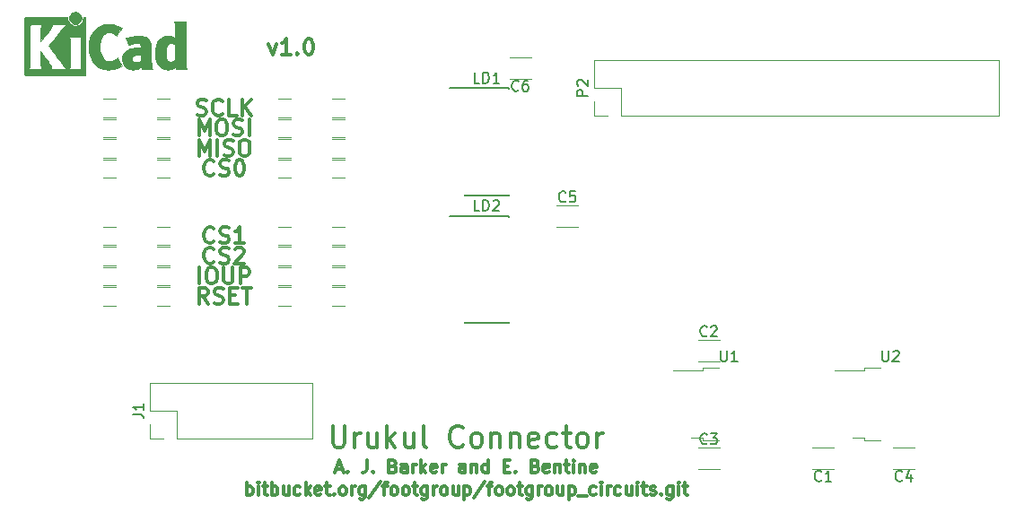
<source format=gbr>
G04 #@! TF.FileFunction,Legend,Top*
%FSLAX46Y46*%
G04 Gerber Fmt 4.6, Leading zero omitted, Abs format (unit mm)*
G04 Created by KiCad (PCBNEW 4.0.7) date 09/14/18 18:18:36*
%MOMM*%
%LPD*%
G01*
G04 APERTURE LIST*
%ADD10C,0.100000*%
%ADD11C,0.300000*%
%ADD12C,0.120000*%
%ADD13C,0.150000*%
%ADD14C,0.010000*%
G04 APERTURE END LIST*
D10*
D11*
X94377144Y-112073571D02*
X94734287Y-113073571D01*
X95091429Y-112073571D01*
X96448572Y-113073571D02*
X95591429Y-113073571D01*
X96020001Y-113073571D02*
X96020001Y-111573571D01*
X95877144Y-111787857D01*
X95734286Y-111930714D01*
X95591429Y-112002143D01*
X97091429Y-112930714D02*
X97162857Y-113002143D01*
X97091429Y-113073571D01*
X97020000Y-113002143D01*
X97091429Y-112930714D01*
X97091429Y-113073571D01*
X98091429Y-111573571D02*
X98234286Y-111573571D01*
X98377143Y-111645000D01*
X98448572Y-111716429D01*
X98520001Y-111859286D01*
X98591429Y-112145000D01*
X98591429Y-112502143D01*
X98520001Y-112787857D01*
X98448572Y-112930714D01*
X98377143Y-113002143D01*
X98234286Y-113073571D01*
X98091429Y-113073571D01*
X97948572Y-113002143D01*
X97877143Y-112930714D01*
X97805715Y-112787857D01*
X97734286Y-112502143D01*
X97734286Y-112145000D01*
X97805715Y-111859286D01*
X97877143Y-111716429D01*
X97948572Y-111645000D01*
X98091429Y-111573571D01*
X100410951Y-148129762D02*
X100410951Y-149748810D01*
X100506190Y-149939286D01*
X100601428Y-150034524D01*
X100791904Y-150129762D01*
X101172856Y-150129762D01*
X101363332Y-150034524D01*
X101458571Y-149939286D01*
X101553809Y-149748810D01*
X101553809Y-148129762D01*
X102506189Y-150129762D02*
X102506189Y-148796429D01*
X102506189Y-149177381D02*
X102601428Y-148986905D01*
X102696666Y-148891667D01*
X102887142Y-148796429D01*
X103077618Y-148796429D01*
X104601427Y-148796429D02*
X104601427Y-150129762D01*
X103744284Y-148796429D02*
X103744284Y-149844048D01*
X103839523Y-150034524D01*
X104029999Y-150129762D01*
X104315713Y-150129762D01*
X104506189Y-150034524D01*
X104601427Y-149939286D01*
X105553808Y-150129762D02*
X105553808Y-148129762D01*
X105744285Y-149367857D02*
X106315713Y-150129762D01*
X106315713Y-148796429D02*
X105553808Y-149558333D01*
X108029999Y-148796429D02*
X108029999Y-150129762D01*
X107172856Y-148796429D02*
X107172856Y-149844048D01*
X107268095Y-150034524D01*
X107458571Y-150129762D01*
X107744285Y-150129762D01*
X107934761Y-150034524D01*
X108029999Y-149939286D01*
X109268095Y-150129762D02*
X109077619Y-150034524D01*
X108982380Y-149844048D01*
X108982380Y-148129762D01*
X112696667Y-149939286D02*
X112601429Y-150034524D01*
X112315714Y-150129762D01*
X112125238Y-150129762D01*
X111839524Y-150034524D01*
X111649048Y-149844048D01*
X111553809Y-149653571D01*
X111458571Y-149272619D01*
X111458571Y-148986905D01*
X111553809Y-148605952D01*
X111649048Y-148415476D01*
X111839524Y-148225000D01*
X112125238Y-148129762D01*
X112315714Y-148129762D01*
X112601429Y-148225000D01*
X112696667Y-148320238D01*
X113839524Y-150129762D02*
X113649048Y-150034524D01*
X113553809Y-149939286D01*
X113458571Y-149748810D01*
X113458571Y-149177381D01*
X113553809Y-148986905D01*
X113649048Y-148891667D01*
X113839524Y-148796429D01*
X114125238Y-148796429D01*
X114315714Y-148891667D01*
X114410952Y-148986905D01*
X114506190Y-149177381D01*
X114506190Y-149748810D01*
X114410952Y-149939286D01*
X114315714Y-150034524D01*
X114125238Y-150129762D01*
X113839524Y-150129762D01*
X115363333Y-148796429D02*
X115363333Y-150129762D01*
X115363333Y-148986905D02*
X115458572Y-148891667D01*
X115649048Y-148796429D01*
X115934762Y-148796429D01*
X116125238Y-148891667D01*
X116220476Y-149082143D01*
X116220476Y-150129762D01*
X117172857Y-148796429D02*
X117172857Y-150129762D01*
X117172857Y-148986905D02*
X117268096Y-148891667D01*
X117458572Y-148796429D01*
X117744286Y-148796429D01*
X117934762Y-148891667D01*
X118030000Y-149082143D01*
X118030000Y-150129762D01*
X119744286Y-150034524D02*
X119553810Y-150129762D01*
X119172858Y-150129762D01*
X118982381Y-150034524D01*
X118887143Y-149844048D01*
X118887143Y-149082143D01*
X118982381Y-148891667D01*
X119172858Y-148796429D01*
X119553810Y-148796429D01*
X119744286Y-148891667D01*
X119839524Y-149082143D01*
X119839524Y-149272619D01*
X118887143Y-149463095D01*
X121553810Y-150034524D02*
X121363334Y-150129762D01*
X120982382Y-150129762D01*
X120791906Y-150034524D01*
X120696667Y-149939286D01*
X120601429Y-149748810D01*
X120601429Y-149177381D01*
X120696667Y-148986905D01*
X120791906Y-148891667D01*
X120982382Y-148796429D01*
X121363334Y-148796429D01*
X121553810Y-148891667D01*
X122125239Y-148796429D02*
X122887144Y-148796429D01*
X122410953Y-148129762D02*
X122410953Y-149844048D01*
X122506192Y-150034524D01*
X122696668Y-150129762D01*
X122887144Y-150129762D01*
X123839525Y-150129762D02*
X123649049Y-150034524D01*
X123553810Y-149939286D01*
X123458572Y-149748810D01*
X123458572Y-149177381D01*
X123553810Y-148986905D01*
X123649049Y-148891667D01*
X123839525Y-148796429D01*
X124125239Y-148796429D01*
X124315715Y-148891667D01*
X124410953Y-148986905D01*
X124506191Y-149177381D01*
X124506191Y-149748810D01*
X124410953Y-149939286D01*
X124315715Y-150034524D01*
X124125239Y-150129762D01*
X123839525Y-150129762D01*
X125363334Y-150129762D02*
X125363334Y-148796429D01*
X125363334Y-149177381D02*
X125458573Y-148986905D01*
X125553811Y-148891667D01*
X125744287Y-148796429D01*
X125934763Y-148796429D01*
X100744286Y-152185000D02*
X101315715Y-152185000D01*
X100630001Y-152527857D02*
X101030001Y-151327857D01*
X101430001Y-152527857D01*
X101830000Y-152413571D02*
X101887143Y-152470714D01*
X101830000Y-152527857D01*
X101772857Y-152470714D01*
X101830000Y-152413571D01*
X101830000Y-152527857D01*
X103658572Y-151327857D02*
X103658572Y-152185000D01*
X103601430Y-152356429D01*
X103487144Y-152470714D01*
X103315715Y-152527857D01*
X103201430Y-152527857D01*
X104230001Y-152413571D02*
X104287144Y-152470714D01*
X104230001Y-152527857D01*
X104172858Y-152470714D01*
X104230001Y-152413571D01*
X104230001Y-152527857D01*
X106115716Y-151899286D02*
X106287145Y-151956429D01*
X106344288Y-152013571D01*
X106401431Y-152127857D01*
X106401431Y-152299286D01*
X106344288Y-152413571D01*
X106287145Y-152470714D01*
X106172859Y-152527857D01*
X105715716Y-152527857D01*
X105715716Y-151327857D01*
X106115716Y-151327857D01*
X106230002Y-151385000D01*
X106287145Y-151442143D01*
X106344288Y-151556429D01*
X106344288Y-151670714D01*
X106287145Y-151785000D01*
X106230002Y-151842143D01*
X106115716Y-151899286D01*
X105715716Y-151899286D01*
X107430002Y-152527857D02*
X107430002Y-151899286D01*
X107372859Y-151785000D01*
X107258573Y-151727857D01*
X107030002Y-151727857D01*
X106915716Y-151785000D01*
X107430002Y-152470714D02*
X107315716Y-152527857D01*
X107030002Y-152527857D01*
X106915716Y-152470714D01*
X106858573Y-152356429D01*
X106858573Y-152242143D01*
X106915716Y-152127857D01*
X107030002Y-152070714D01*
X107315716Y-152070714D01*
X107430002Y-152013571D01*
X108001430Y-152527857D02*
X108001430Y-151727857D01*
X108001430Y-151956429D02*
X108058573Y-151842143D01*
X108115716Y-151785000D01*
X108230002Y-151727857D01*
X108344287Y-151727857D01*
X108744287Y-152527857D02*
X108744287Y-151327857D01*
X108858573Y-152070714D02*
X109201430Y-152527857D01*
X109201430Y-151727857D02*
X108744287Y-152185000D01*
X110172859Y-152470714D02*
X110058573Y-152527857D01*
X109830002Y-152527857D01*
X109715716Y-152470714D01*
X109658573Y-152356429D01*
X109658573Y-151899286D01*
X109715716Y-151785000D01*
X109830002Y-151727857D01*
X110058573Y-151727857D01*
X110172859Y-151785000D01*
X110230002Y-151899286D01*
X110230002Y-152013571D01*
X109658573Y-152127857D01*
X110744287Y-152527857D02*
X110744287Y-151727857D01*
X110744287Y-151956429D02*
X110801430Y-151842143D01*
X110858573Y-151785000D01*
X110972859Y-151727857D01*
X111087144Y-151727857D01*
X112915716Y-152527857D02*
X112915716Y-151899286D01*
X112858573Y-151785000D01*
X112744287Y-151727857D01*
X112515716Y-151727857D01*
X112401430Y-151785000D01*
X112915716Y-152470714D02*
X112801430Y-152527857D01*
X112515716Y-152527857D01*
X112401430Y-152470714D01*
X112344287Y-152356429D01*
X112344287Y-152242143D01*
X112401430Y-152127857D01*
X112515716Y-152070714D01*
X112801430Y-152070714D01*
X112915716Y-152013571D01*
X113487144Y-151727857D02*
X113487144Y-152527857D01*
X113487144Y-151842143D02*
X113544287Y-151785000D01*
X113658573Y-151727857D01*
X113830001Y-151727857D01*
X113944287Y-151785000D01*
X114001430Y-151899286D01*
X114001430Y-152527857D01*
X115087144Y-152527857D02*
X115087144Y-151327857D01*
X115087144Y-152470714D02*
X114972858Y-152527857D01*
X114744287Y-152527857D01*
X114630001Y-152470714D01*
X114572858Y-152413571D01*
X114515715Y-152299286D01*
X114515715Y-151956429D01*
X114572858Y-151842143D01*
X114630001Y-151785000D01*
X114744287Y-151727857D01*
X114972858Y-151727857D01*
X115087144Y-151785000D01*
X116572858Y-151899286D02*
X116972858Y-151899286D01*
X117144287Y-152527857D02*
X116572858Y-152527857D01*
X116572858Y-151327857D01*
X117144287Y-151327857D01*
X117658572Y-152413571D02*
X117715715Y-152470714D01*
X117658572Y-152527857D01*
X117601429Y-152470714D01*
X117658572Y-152413571D01*
X117658572Y-152527857D01*
X119544287Y-151899286D02*
X119715716Y-151956429D01*
X119772859Y-152013571D01*
X119830002Y-152127857D01*
X119830002Y-152299286D01*
X119772859Y-152413571D01*
X119715716Y-152470714D01*
X119601430Y-152527857D01*
X119144287Y-152527857D01*
X119144287Y-151327857D01*
X119544287Y-151327857D01*
X119658573Y-151385000D01*
X119715716Y-151442143D01*
X119772859Y-151556429D01*
X119772859Y-151670714D01*
X119715716Y-151785000D01*
X119658573Y-151842143D01*
X119544287Y-151899286D01*
X119144287Y-151899286D01*
X120801430Y-152470714D02*
X120687144Y-152527857D01*
X120458573Y-152527857D01*
X120344287Y-152470714D01*
X120287144Y-152356429D01*
X120287144Y-151899286D01*
X120344287Y-151785000D01*
X120458573Y-151727857D01*
X120687144Y-151727857D01*
X120801430Y-151785000D01*
X120858573Y-151899286D01*
X120858573Y-152013571D01*
X120287144Y-152127857D01*
X121372858Y-151727857D02*
X121372858Y-152527857D01*
X121372858Y-151842143D02*
X121430001Y-151785000D01*
X121544287Y-151727857D01*
X121715715Y-151727857D01*
X121830001Y-151785000D01*
X121887144Y-151899286D01*
X121887144Y-152527857D01*
X122287144Y-151727857D02*
X122744287Y-151727857D01*
X122458572Y-151327857D02*
X122458572Y-152356429D01*
X122515715Y-152470714D01*
X122630001Y-152527857D01*
X122744287Y-152527857D01*
X123144286Y-152527857D02*
X123144286Y-151727857D01*
X123144286Y-151327857D02*
X123087143Y-151385000D01*
X123144286Y-151442143D01*
X123201429Y-151385000D01*
X123144286Y-151327857D01*
X123144286Y-151442143D01*
X123715715Y-151727857D02*
X123715715Y-152527857D01*
X123715715Y-151842143D02*
X123772858Y-151785000D01*
X123887144Y-151727857D01*
X124058572Y-151727857D01*
X124172858Y-151785000D01*
X124230001Y-151899286D01*
X124230001Y-152527857D01*
X125258572Y-152470714D02*
X125144286Y-152527857D01*
X124915715Y-152527857D01*
X124801429Y-152470714D01*
X124744286Y-152356429D01*
X124744286Y-151899286D01*
X124801429Y-151785000D01*
X124915715Y-151727857D01*
X125144286Y-151727857D01*
X125258572Y-151785000D01*
X125315715Y-151899286D01*
X125315715Y-152013571D01*
X124744286Y-152127857D01*
X92315717Y-154627857D02*
X92315717Y-153427857D01*
X92315717Y-153885000D02*
X92430003Y-153827857D01*
X92658574Y-153827857D01*
X92772860Y-153885000D01*
X92830003Y-153942143D01*
X92887146Y-154056429D01*
X92887146Y-154399286D01*
X92830003Y-154513571D01*
X92772860Y-154570714D01*
X92658574Y-154627857D01*
X92430003Y-154627857D01*
X92315717Y-154570714D01*
X93401431Y-154627857D02*
X93401431Y-153827857D01*
X93401431Y-153427857D02*
X93344288Y-153485000D01*
X93401431Y-153542143D01*
X93458574Y-153485000D01*
X93401431Y-153427857D01*
X93401431Y-153542143D01*
X93801432Y-153827857D02*
X94258575Y-153827857D01*
X93972860Y-153427857D02*
X93972860Y-154456429D01*
X94030003Y-154570714D01*
X94144289Y-154627857D01*
X94258575Y-154627857D01*
X94658574Y-154627857D02*
X94658574Y-153427857D01*
X94658574Y-153885000D02*
X94772860Y-153827857D01*
X95001431Y-153827857D01*
X95115717Y-153885000D01*
X95172860Y-153942143D01*
X95230003Y-154056429D01*
X95230003Y-154399286D01*
X95172860Y-154513571D01*
X95115717Y-154570714D01*
X95001431Y-154627857D01*
X94772860Y-154627857D01*
X94658574Y-154570714D01*
X96258574Y-153827857D02*
X96258574Y-154627857D01*
X95744288Y-153827857D02*
X95744288Y-154456429D01*
X95801431Y-154570714D01*
X95915717Y-154627857D01*
X96087145Y-154627857D01*
X96201431Y-154570714D01*
X96258574Y-154513571D01*
X97344288Y-154570714D02*
X97230002Y-154627857D01*
X97001431Y-154627857D01*
X96887145Y-154570714D01*
X96830002Y-154513571D01*
X96772859Y-154399286D01*
X96772859Y-154056429D01*
X96830002Y-153942143D01*
X96887145Y-153885000D01*
X97001431Y-153827857D01*
X97230002Y-153827857D01*
X97344288Y-153885000D01*
X97858573Y-154627857D02*
X97858573Y-153427857D01*
X97972859Y-154170714D02*
X98315716Y-154627857D01*
X98315716Y-153827857D02*
X97858573Y-154285000D01*
X99287145Y-154570714D02*
X99172859Y-154627857D01*
X98944288Y-154627857D01*
X98830002Y-154570714D01*
X98772859Y-154456429D01*
X98772859Y-153999286D01*
X98830002Y-153885000D01*
X98944288Y-153827857D01*
X99172859Y-153827857D01*
X99287145Y-153885000D01*
X99344288Y-153999286D01*
X99344288Y-154113571D01*
X98772859Y-154227857D01*
X99687145Y-153827857D02*
X100144288Y-153827857D01*
X99858573Y-153427857D02*
X99858573Y-154456429D01*
X99915716Y-154570714D01*
X100030002Y-154627857D01*
X100144288Y-154627857D01*
X100544287Y-154513571D02*
X100601430Y-154570714D01*
X100544287Y-154627857D01*
X100487144Y-154570714D01*
X100544287Y-154513571D01*
X100544287Y-154627857D01*
X101287145Y-154627857D02*
X101172859Y-154570714D01*
X101115716Y-154513571D01*
X101058573Y-154399286D01*
X101058573Y-154056429D01*
X101115716Y-153942143D01*
X101172859Y-153885000D01*
X101287145Y-153827857D01*
X101458573Y-153827857D01*
X101572859Y-153885000D01*
X101630002Y-153942143D01*
X101687145Y-154056429D01*
X101687145Y-154399286D01*
X101630002Y-154513571D01*
X101572859Y-154570714D01*
X101458573Y-154627857D01*
X101287145Y-154627857D01*
X102201430Y-154627857D02*
X102201430Y-153827857D01*
X102201430Y-154056429D02*
X102258573Y-153942143D01*
X102315716Y-153885000D01*
X102430002Y-153827857D01*
X102544287Y-153827857D01*
X103458573Y-153827857D02*
X103458573Y-154799286D01*
X103401430Y-154913571D01*
X103344287Y-154970714D01*
X103230002Y-155027857D01*
X103058573Y-155027857D01*
X102944287Y-154970714D01*
X103458573Y-154570714D02*
X103344287Y-154627857D01*
X103115716Y-154627857D01*
X103001430Y-154570714D01*
X102944287Y-154513571D01*
X102887144Y-154399286D01*
X102887144Y-154056429D01*
X102944287Y-153942143D01*
X103001430Y-153885000D01*
X103115716Y-153827857D01*
X103344287Y-153827857D01*
X103458573Y-153885000D01*
X104887144Y-153370714D02*
X103858573Y-154913571D01*
X105115716Y-153827857D02*
X105572859Y-153827857D01*
X105287144Y-154627857D02*
X105287144Y-153599286D01*
X105344287Y-153485000D01*
X105458573Y-153427857D01*
X105572859Y-153427857D01*
X106144287Y-154627857D02*
X106030001Y-154570714D01*
X105972858Y-154513571D01*
X105915715Y-154399286D01*
X105915715Y-154056429D01*
X105972858Y-153942143D01*
X106030001Y-153885000D01*
X106144287Y-153827857D01*
X106315715Y-153827857D01*
X106430001Y-153885000D01*
X106487144Y-153942143D01*
X106544287Y-154056429D01*
X106544287Y-154399286D01*
X106487144Y-154513571D01*
X106430001Y-154570714D01*
X106315715Y-154627857D01*
X106144287Y-154627857D01*
X107230001Y-154627857D02*
X107115715Y-154570714D01*
X107058572Y-154513571D01*
X107001429Y-154399286D01*
X107001429Y-154056429D01*
X107058572Y-153942143D01*
X107115715Y-153885000D01*
X107230001Y-153827857D01*
X107401429Y-153827857D01*
X107515715Y-153885000D01*
X107572858Y-153942143D01*
X107630001Y-154056429D01*
X107630001Y-154399286D01*
X107572858Y-154513571D01*
X107515715Y-154570714D01*
X107401429Y-154627857D01*
X107230001Y-154627857D01*
X107972858Y-153827857D02*
X108430001Y-153827857D01*
X108144286Y-153427857D02*
X108144286Y-154456429D01*
X108201429Y-154570714D01*
X108315715Y-154627857D01*
X108430001Y-154627857D01*
X109344286Y-153827857D02*
X109344286Y-154799286D01*
X109287143Y-154913571D01*
X109230000Y-154970714D01*
X109115715Y-155027857D01*
X108944286Y-155027857D01*
X108830000Y-154970714D01*
X109344286Y-154570714D02*
X109230000Y-154627857D01*
X109001429Y-154627857D01*
X108887143Y-154570714D01*
X108830000Y-154513571D01*
X108772857Y-154399286D01*
X108772857Y-154056429D01*
X108830000Y-153942143D01*
X108887143Y-153885000D01*
X109001429Y-153827857D01*
X109230000Y-153827857D01*
X109344286Y-153885000D01*
X109915714Y-154627857D02*
X109915714Y-153827857D01*
X109915714Y-154056429D02*
X109972857Y-153942143D01*
X110030000Y-153885000D01*
X110144286Y-153827857D01*
X110258571Y-153827857D01*
X110830000Y-154627857D02*
X110715714Y-154570714D01*
X110658571Y-154513571D01*
X110601428Y-154399286D01*
X110601428Y-154056429D01*
X110658571Y-153942143D01*
X110715714Y-153885000D01*
X110830000Y-153827857D01*
X111001428Y-153827857D01*
X111115714Y-153885000D01*
X111172857Y-153942143D01*
X111230000Y-154056429D01*
X111230000Y-154399286D01*
X111172857Y-154513571D01*
X111115714Y-154570714D01*
X111001428Y-154627857D01*
X110830000Y-154627857D01*
X112258571Y-153827857D02*
X112258571Y-154627857D01*
X111744285Y-153827857D02*
X111744285Y-154456429D01*
X111801428Y-154570714D01*
X111915714Y-154627857D01*
X112087142Y-154627857D01*
X112201428Y-154570714D01*
X112258571Y-154513571D01*
X112829999Y-153827857D02*
X112829999Y-155027857D01*
X112829999Y-153885000D02*
X112944285Y-153827857D01*
X113172856Y-153827857D01*
X113287142Y-153885000D01*
X113344285Y-153942143D01*
X113401428Y-154056429D01*
X113401428Y-154399286D01*
X113344285Y-154513571D01*
X113287142Y-154570714D01*
X113172856Y-154627857D01*
X112944285Y-154627857D01*
X112829999Y-154570714D01*
X114772856Y-153370714D02*
X113744285Y-154913571D01*
X115001428Y-153827857D02*
X115458571Y-153827857D01*
X115172856Y-154627857D02*
X115172856Y-153599286D01*
X115229999Y-153485000D01*
X115344285Y-153427857D01*
X115458571Y-153427857D01*
X116029999Y-154627857D02*
X115915713Y-154570714D01*
X115858570Y-154513571D01*
X115801427Y-154399286D01*
X115801427Y-154056429D01*
X115858570Y-153942143D01*
X115915713Y-153885000D01*
X116029999Y-153827857D01*
X116201427Y-153827857D01*
X116315713Y-153885000D01*
X116372856Y-153942143D01*
X116429999Y-154056429D01*
X116429999Y-154399286D01*
X116372856Y-154513571D01*
X116315713Y-154570714D01*
X116201427Y-154627857D01*
X116029999Y-154627857D01*
X117115713Y-154627857D02*
X117001427Y-154570714D01*
X116944284Y-154513571D01*
X116887141Y-154399286D01*
X116887141Y-154056429D01*
X116944284Y-153942143D01*
X117001427Y-153885000D01*
X117115713Y-153827857D01*
X117287141Y-153827857D01*
X117401427Y-153885000D01*
X117458570Y-153942143D01*
X117515713Y-154056429D01*
X117515713Y-154399286D01*
X117458570Y-154513571D01*
X117401427Y-154570714D01*
X117287141Y-154627857D01*
X117115713Y-154627857D01*
X117858570Y-153827857D02*
X118315713Y-153827857D01*
X118029998Y-153427857D02*
X118029998Y-154456429D01*
X118087141Y-154570714D01*
X118201427Y-154627857D01*
X118315713Y-154627857D01*
X119229998Y-153827857D02*
X119229998Y-154799286D01*
X119172855Y-154913571D01*
X119115712Y-154970714D01*
X119001427Y-155027857D01*
X118829998Y-155027857D01*
X118715712Y-154970714D01*
X119229998Y-154570714D02*
X119115712Y-154627857D01*
X118887141Y-154627857D01*
X118772855Y-154570714D01*
X118715712Y-154513571D01*
X118658569Y-154399286D01*
X118658569Y-154056429D01*
X118715712Y-153942143D01*
X118772855Y-153885000D01*
X118887141Y-153827857D01*
X119115712Y-153827857D01*
X119229998Y-153885000D01*
X119801426Y-154627857D02*
X119801426Y-153827857D01*
X119801426Y-154056429D02*
X119858569Y-153942143D01*
X119915712Y-153885000D01*
X120029998Y-153827857D01*
X120144283Y-153827857D01*
X120715712Y-154627857D02*
X120601426Y-154570714D01*
X120544283Y-154513571D01*
X120487140Y-154399286D01*
X120487140Y-154056429D01*
X120544283Y-153942143D01*
X120601426Y-153885000D01*
X120715712Y-153827857D01*
X120887140Y-153827857D01*
X121001426Y-153885000D01*
X121058569Y-153942143D01*
X121115712Y-154056429D01*
X121115712Y-154399286D01*
X121058569Y-154513571D01*
X121001426Y-154570714D01*
X120887140Y-154627857D01*
X120715712Y-154627857D01*
X122144283Y-153827857D02*
X122144283Y-154627857D01*
X121629997Y-153827857D02*
X121629997Y-154456429D01*
X121687140Y-154570714D01*
X121801426Y-154627857D01*
X121972854Y-154627857D01*
X122087140Y-154570714D01*
X122144283Y-154513571D01*
X122715711Y-153827857D02*
X122715711Y-155027857D01*
X122715711Y-153885000D02*
X122829997Y-153827857D01*
X123058568Y-153827857D01*
X123172854Y-153885000D01*
X123229997Y-153942143D01*
X123287140Y-154056429D01*
X123287140Y-154399286D01*
X123229997Y-154513571D01*
X123172854Y-154570714D01*
X123058568Y-154627857D01*
X122829997Y-154627857D01*
X122715711Y-154570714D01*
X123515711Y-154742143D02*
X124429997Y-154742143D01*
X125229997Y-154570714D02*
X125115711Y-154627857D01*
X124887140Y-154627857D01*
X124772854Y-154570714D01*
X124715711Y-154513571D01*
X124658568Y-154399286D01*
X124658568Y-154056429D01*
X124715711Y-153942143D01*
X124772854Y-153885000D01*
X124887140Y-153827857D01*
X125115711Y-153827857D01*
X125229997Y-153885000D01*
X125744282Y-154627857D02*
X125744282Y-153827857D01*
X125744282Y-153427857D02*
X125687139Y-153485000D01*
X125744282Y-153542143D01*
X125801425Y-153485000D01*
X125744282Y-153427857D01*
X125744282Y-153542143D01*
X126315711Y-154627857D02*
X126315711Y-153827857D01*
X126315711Y-154056429D02*
X126372854Y-153942143D01*
X126429997Y-153885000D01*
X126544283Y-153827857D01*
X126658568Y-153827857D01*
X127572854Y-154570714D02*
X127458568Y-154627857D01*
X127229997Y-154627857D01*
X127115711Y-154570714D01*
X127058568Y-154513571D01*
X127001425Y-154399286D01*
X127001425Y-154056429D01*
X127058568Y-153942143D01*
X127115711Y-153885000D01*
X127229997Y-153827857D01*
X127458568Y-153827857D01*
X127572854Y-153885000D01*
X128601425Y-153827857D02*
X128601425Y-154627857D01*
X128087139Y-153827857D02*
X128087139Y-154456429D01*
X128144282Y-154570714D01*
X128258568Y-154627857D01*
X128429996Y-154627857D01*
X128544282Y-154570714D01*
X128601425Y-154513571D01*
X129172853Y-154627857D02*
X129172853Y-153827857D01*
X129172853Y-153427857D02*
X129115710Y-153485000D01*
X129172853Y-153542143D01*
X129229996Y-153485000D01*
X129172853Y-153427857D01*
X129172853Y-153542143D01*
X129572854Y-153827857D02*
X130029997Y-153827857D01*
X129744282Y-153427857D02*
X129744282Y-154456429D01*
X129801425Y-154570714D01*
X129915711Y-154627857D01*
X130029997Y-154627857D01*
X130372853Y-154570714D02*
X130487139Y-154627857D01*
X130715711Y-154627857D01*
X130829996Y-154570714D01*
X130887139Y-154456429D01*
X130887139Y-154399286D01*
X130829996Y-154285000D01*
X130715711Y-154227857D01*
X130544282Y-154227857D01*
X130429996Y-154170714D01*
X130372853Y-154056429D01*
X130372853Y-153999286D01*
X130429996Y-153885000D01*
X130544282Y-153827857D01*
X130715711Y-153827857D01*
X130829996Y-153885000D01*
X131401425Y-154513571D02*
X131458568Y-154570714D01*
X131401425Y-154627857D01*
X131344282Y-154570714D01*
X131401425Y-154513571D01*
X131401425Y-154627857D01*
X132487140Y-153827857D02*
X132487140Y-154799286D01*
X132429997Y-154913571D01*
X132372854Y-154970714D01*
X132258569Y-155027857D01*
X132087140Y-155027857D01*
X131972854Y-154970714D01*
X132487140Y-154570714D02*
X132372854Y-154627857D01*
X132144283Y-154627857D01*
X132029997Y-154570714D01*
X131972854Y-154513571D01*
X131915711Y-154399286D01*
X131915711Y-154056429D01*
X131972854Y-153942143D01*
X132029997Y-153885000D01*
X132144283Y-153827857D01*
X132372854Y-153827857D01*
X132487140Y-153885000D01*
X133058568Y-154627857D02*
X133058568Y-153827857D01*
X133058568Y-153427857D02*
X133001425Y-153485000D01*
X133058568Y-153542143D01*
X133115711Y-153485000D01*
X133058568Y-153427857D01*
X133058568Y-153542143D01*
X133458569Y-153827857D02*
X133915712Y-153827857D01*
X133629997Y-153427857D02*
X133629997Y-154456429D01*
X133687140Y-154570714D01*
X133801426Y-154627857D01*
X133915712Y-154627857D01*
X88670001Y-136568571D02*
X88170001Y-135854286D01*
X87812858Y-136568571D02*
X87812858Y-135068571D01*
X88384286Y-135068571D01*
X88527144Y-135140000D01*
X88598572Y-135211429D01*
X88670001Y-135354286D01*
X88670001Y-135568571D01*
X88598572Y-135711429D01*
X88527144Y-135782857D01*
X88384286Y-135854286D01*
X87812858Y-135854286D01*
X89241429Y-136497143D02*
X89455715Y-136568571D01*
X89812858Y-136568571D01*
X89955715Y-136497143D01*
X90027144Y-136425714D01*
X90098572Y-136282857D01*
X90098572Y-136140000D01*
X90027144Y-135997143D01*
X89955715Y-135925714D01*
X89812858Y-135854286D01*
X89527144Y-135782857D01*
X89384286Y-135711429D01*
X89312858Y-135640000D01*
X89241429Y-135497143D01*
X89241429Y-135354286D01*
X89312858Y-135211429D01*
X89384286Y-135140000D01*
X89527144Y-135068571D01*
X89884286Y-135068571D01*
X90098572Y-135140000D01*
X90741429Y-135782857D02*
X91241429Y-135782857D01*
X91455715Y-136568571D02*
X90741429Y-136568571D01*
X90741429Y-135068571D01*
X91455715Y-135068571D01*
X91884286Y-135068571D02*
X92741429Y-135068571D01*
X92312858Y-136568571D02*
X92312858Y-135068571D01*
X87848571Y-134663571D02*
X87848571Y-133163571D01*
X88848571Y-133163571D02*
X89134285Y-133163571D01*
X89277143Y-133235000D01*
X89420000Y-133377857D01*
X89491428Y-133663571D01*
X89491428Y-134163571D01*
X89420000Y-134449286D01*
X89277143Y-134592143D01*
X89134285Y-134663571D01*
X88848571Y-134663571D01*
X88705714Y-134592143D01*
X88562857Y-134449286D01*
X88491428Y-134163571D01*
X88491428Y-133663571D01*
X88562857Y-133377857D01*
X88705714Y-133235000D01*
X88848571Y-133163571D01*
X90134286Y-133163571D02*
X90134286Y-134377857D01*
X90205714Y-134520714D01*
X90277143Y-134592143D01*
X90420000Y-134663571D01*
X90705714Y-134663571D01*
X90848572Y-134592143D01*
X90920000Y-134520714D01*
X90991429Y-134377857D01*
X90991429Y-133163571D01*
X91705715Y-134663571D02*
X91705715Y-133163571D01*
X92277143Y-133163571D01*
X92420001Y-133235000D01*
X92491429Y-133306429D01*
X92562858Y-133449286D01*
X92562858Y-133663571D01*
X92491429Y-133806429D01*
X92420001Y-133877857D01*
X92277143Y-133949286D01*
X91705715Y-133949286D01*
X89205715Y-132615714D02*
X89134286Y-132687143D01*
X88920000Y-132758571D01*
X88777143Y-132758571D01*
X88562858Y-132687143D01*
X88420000Y-132544286D01*
X88348572Y-132401429D01*
X88277143Y-132115714D01*
X88277143Y-131901429D01*
X88348572Y-131615714D01*
X88420000Y-131472857D01*
X88562858Y-131330000D01*
X88777143Y-131258571D01*
X88920000Y-131258571D01*
X89134286Y-131330000D01*
X89205715Y-131401429D01*
X89777143Y-132687143D02*
X89991429Y-132758571D01*
X90348572Y-132758571D01*
X90491429Y-132687143D01*
X90562858Y-132615714D01*
X90634286Y-132472857D01*
X90634286Y-132330000D01*
X90562858Y-132187143D01*
X90491429Y-132115714D01*
X90348572Y-132044286D01*
X90062858Y-131972857D01*
X89920000Y-131901429D01*
X89848572Y-131830000D01*
X89777143Y-131687143D01*
X89777143Y-131544286D01*
X89848572Y-131401429D01*
X89920000Y-131330000D01*
X90062858Y-131258571D01*
X90420000Y-131258571D01*
X90634286Y-131330000D01*
X91205714Y-131401429D02*
X91277143Y-131330000D01*
X91420000Y-131258571D01*
X91777143Y-131258571D01*
X91920000Y-131330000D01*
X91991429Y-131401429D01*
X92062857Y-131544286D01*
X92062857Y-131687143D01*
X91991429Y-131901429D01*
X91134286Y-132758571D01*
X92062857Y-132758571D01*
X89205715Y-130710714D02*
X89134286Y-130782143D01*
X88920000Y-130853571D01*
X88777143Y-130853571D01*
X88562858Y-130782143D01*
X88420000Y-130639286D01*
X88348572Y-130496429D01*
X88277143Y-130210714D01*
X88277143Y-129996429D01*
X88348572Y-129710714D01*
X88420000Y-129567857D01*
X88562858Y-129425000D01*
X88777143Y-129353571D01*
X88920000Y-129353571D01*
X89134286Y-129425000D01*
X89205715Y-129496429D01*
X89777143Y-130782143D02*
X89991429Y-130853571D01*
X90348572Y-130853571D01*
X90491429Y-130782143D01*
X90562858Y-130710714D01*
X90634286Y-130567857D01*
X90634286Y-130425000D01*
X90562858Y-130282143D01*
X90491429Y-130210714D01*
X90348572Y-130139286D01*
X90062858Y-130067857D01*
X89920000Y-129996429D01*
X89848572Y-129925000D01*
X89777143Y-129782143D01*
X89777143Y-129639286D01*
X89848572Y-129496429D01*
X89920000Y-129425000D01*
X90062858Y-129353571D01*
X90420000Y-129353571D01*
X90634286Y-129425000D01*
X92062857Y-130853571D02*
X91205714Y-130853571D01*
X91634286Y-130853571D02*
X91634286Y-129353571D01*
X91491429Y-129567857D01*
X91348571Y-129710714D01*
X91205714Y-129782143D01*
X89205715Y-124360714D02*
X89134286Y-124432143D01*
X88920000Y-124503571D01*
X88777143Y-124503571D01*
X88562858Y-124432143D01*
X88420000Y-124289286D01*
X88348572Y-124146429D01*
X88277143Y-123860714D01*
X88277143Y-123646429D01*
X88348572Y-123360714D01*
X88420000Y-123217857D01*
X88562858Y-123075000D01*
X88777143Y-123003571D01*
X88920000Y-123003571D01*
X89134286Y-123075000D01*
X89205715Y-123146429D01*
X89777143Y-124432143D02*
X89991429Y-124503571D01*
X90348572Y-124503571D01*
X90491429Y-124432143D01*
X90562858Y-124360714D01*
X90634286Y-124217857D01*
X90634286Y-124075000D01*
X90562858Y-123932143D01*
X90491429Y-123860714D01*
X90348572Y-123789286D01*
X90062858Y-123717857D01*
X89920000Y-123646429D01*
X89848572Y-123575000D01*
X89777143Y-123432143D01*
X89777143Y-123289286D01*
X89848572Y-123146429D01*
X89920000Y-123075000D01*
X90062858Y-123003571D01*
X90420000Y-123003571D01*
X90634286Y-123075000D01*
X91562857Y-123003571D02*
X91705714Y-123003571D01*
X91848571Y-123075000D01*
X91920000Y-123146429D01*
X91991429Y-123289286D01*
X92062857Y-123575000D01*
X92062857Y-123932143D01*
X91991429Y-124217857D01*
X91920000Y-124360714D01*
X91848571Y-124432143D01*
X91705714Y-124503571D01*
X91562857Y-124503571D01*
X91420000Y-124432143D01*
X91348571Y-124360714D01*
X91277143Y-124217857D01*
X91205714Y-123932143D01*
X91205714Y-123575000D01*
X91277143Y-123289286D01*
X91348571Y-123146429D01*
X91420000Y-123075000D01*
X91562857Y-123003571D01*
X87812857Y-122598571D02*
X87812857Y-121098571D01*
X88312857Y-122170000D01*
X88812857Y-121098571D01*
X88812857Y-122598571D01*
X89527143Y-122598571D02*
X89527143Y-121098571D01*
X90170000Y-122527143D02*
X90384286Y-122598571D01*
X90741429Y-122598571D01*
X90884286Y-122527143D01*
X90955715Y-122455714D01*
X91027143Y-122312857D01*
X91027143Y-122170000D01*
X90955715Y-122027143D01*
X90884286Y-121955714D01*
X90741429Y-121884286D01*
X90455715Y-121812857D01*
X90312857Y-121741429D01*
X90241429Y-121670000D01*
X90170000Y-121527143D01*
X90170000Y-121384286D01*
X90241429Y-121241429D01*
X90312857Y-121170000D01*
X90455715Y-121098571D01*
X90812857Y-121098571D01*
X91027143Y-121170000D01*
X91955714Y-121098571D02*
X92241428Y-121098571D01*
X92384286Y-121170000D01*
X92527143Y-121312857D01*
X92598571Y-121598571D01*
X92598571Y-122098571D01*
X92527143Y-122384286D01*
X92384286Y-122527143D01*
X92241428Y-122598571D01*
X91955714Y-122598571D01*
X91812857Y-122527143D01*
X91670000Y-122384286D01*
X91598571Y-122098571D01*
X91598571Y-121598571D01*
X91670000Y-121312857D01*
X91812857Y-121170000D01*
X91955714Y-121098571D01*
X87812857Y-120693571D02*
X87812857Y-119193571D01*
X88312857Y-120265000D01*
X88812857Y-119193571D01*
X88812857Y-120693571D01*
X89812857Y-119193571D02*
X90098571Y-119193571D01*
X90241429Y-119265000D01*
X90384286Y-119407857D01*
X90455714Y-119693571D01*
X90455714Y-120193571D01*
X90384286Y-120479286D01*
X90241429Y-120622143D01*
X90098571Y-120693571D01*
X89812857Y-120693571D01*
X89670000Y-120622143D01*
X89527143Y-120479286D01*
X89455714Y-120193571D01*
X89455714Y-119693571D01*
X89527143Y-119407857D01*
X89670000Y-119265000D01*
X89812857Y-119193571D01*
X91027143Y-120622143D02*
X91241429Y-120693571D01*
X91598572Y-120693571D01*
X91741429Y-120622143D01*
X91812858Y-120550714D01*
X91884286Y-120407857D01*
X91884286Y-120265000D01*
X91812858Y-120122143D01*
X91741429Y-120050714D01*
X91598572Y-119979286D01*
X91312858Y-119907857D01*
X91170000Y-119836429D01*
X91098572Y-119765000D01*
X91027143Y-119622143D01*
X91027143Y-119479286D01*
X91098572Y-119336429D01*
X91170000Y-119265000D01*
X91312858Y-119193571D01*
X91670000Y-119193571D01*
X91884286Y-119265000D01*
X92527143Y-120693571D02*
X92527143Y-119193571D01*
X87634286Y-118717143D02*
X87848572Y-118788571D01*
X88205715Y-118788571D01*
X88348572Y-118717143D01*
X88420001Y-118645714D01*
X88491429Y-118502857D01*
X88491429Y-118360000D01*
X88420001Y-118217143D01*
X88348572Y-118145714D01*
X88205715Y-118074286D01*
X87920001Y-118002857D01*
X87777143Y-117931429D01*
X87705715Y-117860000D01*
X87634286Y-117717143D01*
X87634286Y-117574286D01*
X87705715Y-117431429D01*
X87777143Y-117360000D01*
X87920001Y-117288571D01*
X88277143Y-117288571D01*
X88491429Y-117360000D01*
X89991429Y-118645714D02*
X89920000Y-118717143D01*
X89705714Y-118788571D01*
X89562857Y-118788571D01*
X89348572Y-118717143D01*
X89205714Y-118574286D01*
X89134286Y-118431429D01*
X89062857Y-118145714D01*
X89062857Y-117931429D01*
X89134286Y-117645714D01*
X89205714Y-117502857D01*
X89348572Y-117360000D01*
X89562857Y-117288571D01*
X89705714Y-117288571D01*
X89920000Y-117360000D01*
X89991429Y-117431429D01*
X91348572Y-118788571D02*
X90634286Y-118788571D01*
X90634286Y-117288571D01*
X91848572Y-118788571D02*
X91848572Y-117288571D01*
X92705715Y-118788571D02*
X92062858Y-117931429D01*
X92705715Y-117288571D02*
X91848572Y-118145714D01*
D12*
X145685000Y-152150000D02*
X147685000Y-152150000D01*
X147685000Y-150110000D02*
X145685000Y-150110000D01*
X136890000Y-139950000D02*
X134890000Y-139950000D01*
X134890000Y-141990000D02*
X136890000Y-141990000D01*
X136890000Y-150110000D02*
X134890000Y-150110000D01*
X134890000Y-152150000D02*
X136890000Y-152150000D01*
X153305000Y-152150000D02*
X155305000Y-152150000D01*
X155305000Y-150110000D02*
X153305000Y-150110000D01*
X85055000Y-118990000D02*
X83855000Y-118990000D01*
X83855000Y-117230000D02*
X85055000Y-117230000D01*
X85055000Y-120895000D02*
X83855000Y-120895000D01*
X83855000Y-119135000D02*
X85055000Y-119135000D01*
X85055000Y-122800000D02*
X83855000Y-122800000D01*
X83855000Y-121040000D02*
X85055000Y-121040000D01*
X85055000Y-124705000D02*
X83855000Y-124705000D01*
X83855000Y-122945000D02*
X85055000Y-122945000D01*
X85055000Y-131055000D02*
X83855000Y-131055000D01*
X83855000Y-129295000D02*
X85055000Y-129295000D01*
X85055000Y-132960000D02*
X83855000Y-132960000D01*
X83855000Y-131200000D02*
X85055000Y-131200000D01*
X85055000Y-134865000D02*
X83855000Y-134865000D01*
X83855000Y-133105000D02*
X85055000Y-133105000D01*
X85055000Y-136770000D02*
X83855000Y-136770000D01*
X83855000Y-135010000D02*
X85055000Y-135010000D01*
X98485000Y-149285000D02*
X98485000Y-144085000D01*
X85725000Y-149285000D02*
X98485000Y-149285000D01*
X83125000Y-144085000D02*
X98485000Y-144085000D01*
X85725000Y-149285000D02*
X85725000Y-146685000D01*
X85725000Y-146685000D02*
X83125000Y-146685000D01*
X83125000Y-146685000D02*
X83125000Y-144085000D01*
X84455000Y-149285000D02*
X83125000Y-149285000D01*
X83125000Y-149285000D02*
X83125000Y-147955000D01*
D13*
X112860000Y-116210000D02*
X112860000Y-116235000D01*
X117010000Y-116210000D02*
X117010000Y-116315000D01*
X117010000Y-126360000D02*
X117010000Y-126255000D01*
X112860000Y-126360000D02*
X112860000Y-126255000D01*
X112860000Y-116210000D02*
X117010000Y-116210000D01*
X112860000Y-126360000D02*
X117010000Y-126360000D01*
X112860000Y-116235000D02*
X111485000Y-116235000D01*
X112860000Y-128275000D02*
X112860000Y-128300000D01*
X117010000Y-128275000D02*
X117010000Y-128380000D01*
X117010000Y-138425000D02*
X117010000Y-138320000D01*
X112860000Y-138425000D02*
X112860000Y-138320000D01*
X112860000Y-128275000D02*
X117010000Y-128275000D01*
X112860000Y-138425000D02*
X117010000Y-138425000D01*
X112860000Y-128300000D02*
X111485000Y-128300000D01*
D12*
X163255000Y-118805000D02*
X163255000Y-113605000D01*
X127635000Y-118805000D02*
X163255000Y-118805000D01*
X125035000Y-113605000D02*
X163255000Y-113605000D01*
X127635000Y-118805000D02*
X127635000Y-116205000D01*
X127635000Y-116205000D02*
X125035000Y-116205000D01*
X125035000Y-116205000D02*
X125035000Y-113605000D01*
X126365000Y-118805000D02*
X125035000Y-118805000D01*
X125035000Y-118805000D02*
X125035000Y-117475000D01*
X79975000Y-118990000D02*
X78775000Y-118990000D01*
X78775000Y-117230000D02*
X79975000Y-117230000D01*
X79975000Y-120895000D02*
X78775000Y-120895000D01*
X78775000Y-119135000D02*
X79975000Y-119135000D01*
X79975000Y-122800000D02*
X78775000Y-122800000D01*
X78775000Y-121040000D02*
X79975000Y-121040000D01*
X79975000Y-124705000D02*
X78775000Y-124705000D01*
X78775000Y-122945000D02*
X79975000Y-122945000D01*
X79975000Y-131055000D02*
X78775000Y-131055000D01*
X78775000Y-129295000D02*
X79975000Y-129295000D01*
X79975000Y-132960000D02*
X78775000Y-132960000D01*
X78775000Y-131200000D02*
X79975000Y-131200000D01*
X79975000Y-134865000D02*
X78775000Y-134865000D01*
X78775000Y-133105000D02*
X79975000Y-133105000D01*
X79975000Y-136770000D02*
X78775000Y-136770000D01*
X78775000Y-135010000D02*
X79975000Y-135010000D01*
X96485000Y-118990000D02*
X95285000Y-118990000D01*
X95285000Y-117230000D02*
X96485000Y-117230000D01*
X101565000Y-118990000D02*
X100365000Y-118990000D01*
X100365000Y-117230000D02*
X101565000Y-117230000D01*
X96485000Y-131055000D02*
X95285000Y-131055000D01*
X95285000Y-129295000D02*
X96485000Y-129295000D01*
X101565000Y-131055000D02*
X100365000Y-131055000D01*
X100365000Y-129295000D02*
X101565000Y-129295000D01*
X96485000Y-120895000D02*
X95285000Y-120895000D01*
X95285000Y-119135000D02*
X96485000Y-119135000D01*
X101565000Y-120895000D02*
X100365000Y-120895000D01*
X100365000Y-119135000D02*
X101565000Y-119135000D01*
X96485000Y-132960000D02*
X95285000Y-132960000D01*
X95285000Y-131200000D02*
X96485000Y-131200000D01*
X101565000Y-132960000D02*
X100365000Y-132960000D01*
X100365000Y-131200000D02*
X101565000Y-131200000D01*
X96485000Y-122800000D02*
X95285000Y-122800000D01*
X95285000Y-121040000D02*
X96485000Y-121040000D01*
X101565000Y-122800000D02*
X100365000Y-122800000D01*
X100365000Y-121040000D02*
X101565000Y-121040000D01*
X96485000Y-134865000D02*
X95285000Y-134865000D01*
X95285000Y-133105000D02*
X96485000Y-133105000D01*
X101565000Y-134865000D02*
X100365000Y-134865000D01*
X100365000Y-133105000D02*
X101565000Y-133105000D01*
X96485000Y-124705000D02*
X95285000Y-124705000D01*
X95285000Y-122945000D02*
X96485000Y-122945000D01*
X101565000Y-124705000D02*
X100365000Y-124705000D01*
X100365000Y-122945000D02*
X101565000Y-122945000D01*
X96485000Y-136770000D02*
X95285000Y-136770000D01*
X95285000Y-135010000D02*
X96485000Y-135010000D01*
X101565000Y-136770000D02*
X100365000Y-136770000D01*
X100365000Y-135010000D02*
X101565000Y-135010000D01*
X136825000Y-142600000D02*
X135325000Y-142600000D01*
X135325000Y-142600000D02*
X135325000Y-142870000D01*
X135325000Y-142870000D02*
X132495000Y-142870000D01*
X136825000Y-149500000D02*
X135325000Y-149500000D01*
X135325000Y-149500000D02*
X135325000Y-149230000D01*
X135325000Y-149230000D02*
X134225000Y-149230000D01*
X152065000Y-142600000D02*
X150565000Y-142600000D01*
X150565000Y-142600000D02*
X150565000Y-142870000D01*
X150565000Y-142870000D02*
X147735000Y-142870000D01*
X152065000Y-149500000D02*
X150565000Y-149500000D01*
X150565000Y-149500000D02*
X150565000Y-149230000D01*
X150565000Y-149230000D02*
X149465000Y-149230000D01*
X123555000Y-127250000D02*
X121555000Y-127250000D01*
X121555000Y-129290000D02*
X123555000Y-129290000D01*
X117110000Y-115320000D02*
X119110000Y-115320000D01*
X119110000Y-113280000D02*
X117110000Y-113280000D01*
D14*
G36*
X73038257Y-109487689D02*
X73302780Y-109487725D01*
X73425912Y-109487730D01*
X75396811Y-109487730D01*
X75396811Y-109603910D01*
X75409211Y-109745291D01*
X75446636Y-109875684D01*
X75509423Y-109995862D01*
X75597906Y-110106602D01*
X75627843Y-110136511D01*
X75735534Y-110221348D01*
X75854275Y-110283221D01*
X75980540Y-110322159D01*
X76110803Y-110338190D01*
X76241535Y-110331342D01*
X76369212Y-110301643D01*
X76490305Y-110249120D01*
X76601288Y-110173803D01*
X76651132Y-110128363D01*
X76744017Y-110016952D01*
X76812127Y-109894435D01*
X76854871Y-109762215D01*
X76871653Y-109621692D01*
X76871876Y-109607867D01*
X76872756Y-109487734D01*
X76925557Y-109487732D01*
X76972396Y-109494089D01*
X77015183Y-109509556D01*
X77018011Y-109511154D01*
X77027675Y-109516168D01*
X77036549Y-109520073D01*
X77044665Y-109524007D01*
X77052057Y-109529106D01*
X77058755Y-109536508D01*
X77064792Y-109547351D01*
X77070199Y-109562772D01*
X77075010Y-109583909D01*
X77079255Y-109611899D01*
X77082968Y-109647879D01*
X77086179Y-109692987D01*
X77088922Y-109748360D01*
X77091228Y-109815137D01*
X77093129Y-109894453D01*
X77094658Y-109987447D01*
X77095846Y-110095257D01*
X77096726Y-110219019D01*
X77097330Y-110359871D01*
X77097689Y-110518950D01*
X77097835Y-110697395D01*
X77097802Y-110896342D01*
X77097620Y-111116929D01*
X77097323Y-111360293D01*
X77096941Y-111627572D01*
X77096508Y-111919903D01*
X77096055Y-112238424D01*
X77096002Y-112277230D01*
X77095596Y-112597782D01*
X77095251Y-112892012D01*
X77094931Y-113161056D01*
X77094600Y-113406052D01*
X77094221Y-113628137D01*
X77093757Y-113828447D01*
X77093172Y-114008119D01*
X77092430Y-114168290D01*
X77091494Y-114310098D01*
X77090327Y-114434679D01*
X77088893Y-114543170D01*
X77087156Y-114636707D01*
X77085078Y-114716429D01*
X77082624Y-114783472D01*
X77079756Y-114838973D01*
X77076439Y-114884068D01*
X77072636Y-114919895D01*
X77068310Y-114947591D01*
X77063425Y-114968293D01*
X77057945Y-114983137D01*
X77051832Y-114993260D01*
X77045050Y-114999800D01*
X77037563Y-115003893D01*
X77029334Y-115006676D01*
X77020327Y-115009287D01*
X77010505Y-115012862D01*
X77008106Y-115013950D01*
X77000565Y-115016396D01*
X76987944Y-115018642D01*
X76969141Y-115020698D01*
X76943053Y-115022572D01*
X76908578Y-115024271D01*
X76864615Y-115025803D01*
X76810061Y-115027177D01*
X76743815Y-115028400D01*
X76664774Y-115029481D01*
X76571837Y-115030427D01*
X76463901Y-115031247D01*
X76339864Y-115031947D01*
X76198624Y-115032538D01*
X76039079Y-115033025D01*
X75860128Y-115033419D01*
X75660668Y-115033725D01*
X75439596Y-115033953D01*
X75195812Y-115034110D01*
X74928213Y-115034205D01*
X74635697Y-115034245D01*
X74317161Y-115034238D01*
X74213979Y-115034228D01*
X73888377Y-115034176D01*
X73589119Y-115034091D01*
X73315091Y-115033963D01*
X73065176Y-115033785D01*
X72838260Y-115033548D01*
X72633227Y-115033242D01*
X72448962Y-115032860D01*
X72284350Y-115032392D01*
X72138275Y-115031830D01*
X72009624Y-115031165D01*
X71897279Y-115030388D01*
X71800126Y-115029491D01*
X71717050Y-115028465D01*
X71646936Y-115027301D01*
X71588668Y-115025991D01*
X71541131Y-115024525D01*
X71503210Y-115022896D01*
X71473790Y-115021093D01*
X71451755Y-115019110D01*
X71435990Y-115016936D01*
X71425380Y-115014563D01*
X71419596Y-115012391D01*
X71409316Y-115008056D01*
X71399878Y-115004859D01*
X71391245Y-115001665D01*
X71383381Y-114997338D01*
X71376252Y-114990744D01*
X71369821Y-114980747D01*
X71364053Y-114966212D01*
X71358911Y-114946003D01*
X71354360Y-114918985D01*
X71350365Y-114884023D01*
X71346889Y-114839981D01*
X71343898Y-114785724D01*
X71341354Y-114720117D01*
X71339223Y-114642024D01*
X71337468Y-114550310D01*
X71336055Y-114443840D01*
X71335685Y-114402973D01*
X71702116Y-114402973D01*
X72997266Y-114402973D01*
X72972345Y-114365217D01*
X72947553Y-114326417D01*
X72926560Y-114289469D01*
X72909065Y-114251788D01*
X72894770Y-114210788D01*
X72883377Y-114163883D01*
X72874587Y-114108487D01*
X72868102Y-114042016D01*
X72863623Y-113961883D01*
X72860850Y-113865502D01*
X72859487Y-113750289D01*
X72859233Y-113613657D01*
X72859791Y-113453020D01*
X72860107Y-113393382D01*
X72863675Y-112754041D01*
X73268702Y-113305449D01*
X73383446Y-113461876D01*
X73482857Y-113598088D01*
X73568010Y-113715890D01*
X73639978Y-113817084D01*
X73699834Y-113903477D01*
X73748652Y-113976874D01*
X73787505Y-114039077D01*
X73817466Y-114091893D01*
X73839609Y-114137125D01*
X73855007Y-114176578D01*
X73864734Y-114212058D01*
X73869863Y-114245368D01*
X73871468Y-114278313D01*
X73870621Y-114312697D01*
X73870405Y-114317019D01*
X73865946Y-114403031D01*
X75285308Y-114402973D01*
X75179735Y-114296522D01*
X75151087Y-114267406D01*
X75123910Y-114239076D01*
X75097011Y-114209968D01*
X75069197Y-114178520D01*
X75039275Y-114143169D01*
X75006054Y-114102354D01*
X74968339Y-114054511D01*
X74924940Y-113998079D01*
X74874662Y-113931494D01*
X74816312Y-113853195D01*
X74748700Y-113761619D01*
X74670631Y-113655204D01*
X74580912Y-113532387D01*
X74478352Y-113391605D01*
X74361758Y-113231297D01*
X74266191Y-113099798D01*
X74146251Y-112934596D01*
X74041620Y-112790152D01*
X73951352Y-112665094D01*
X73874497Y-112558052D01*
X73810109Y-112467654D01*
X73757239Y-112392529D01*
X73714940Y-112331304D01*
X73682264Y-112282610D01*
X73658262Y-112245074D01*
X73641987Y-112217325D01*
X73632492Y-112197992D01*
X73628827Y-112185703D01*
X73629929Y-112179242D01*
X73643276Y-112162048D01*
X73672134Y-112125655D01*
X73714760Y-112072224D01*
X73769415Y-112003919D01*
X73834356Y-111922903D01*
X73907842Y-111831340D01*
X73988132Y-111731392D01*
X74073485Y-111625224D01*
X74162160Y-111514997D01*
X74252414Y-111402876D01*
X74302056Y-111341244D01*
X75534627Y-111341244D01*
X75585854Y-111433919D01*
X75637081Y-111526595D01*
X75637081Y-114217622D01*
X75585854Y-114310298D01*
X75534627Y-114402973D01*
X76140604Y-114402973D01*
X76285266Y-114402931D01*
X76404756Y-114402741D01*
X76501358Y-114402308D01*
X76577358Y-114401536D01*
X76635043Y-114400330D01*
X76676699Y-114398594D01*
X76704611Y-114396232D01*
X76721065Y-114393150D01*
X76728348Y-114389251D01*
X76728745Y-114384440D01*
X76724542Y-114378622D01*
X76724499Y-114378574D01*
X76707187Y-114353532D01*
X76684264Y-114312815D01*
X76664019Y-114272168D01*
X76625621Y-114190162D01*
X76617789Y-111341244D01*
X75534627Y-111341244D01*
X74302056Y-111341244D01*
X74342507Y-111291024D01*
X74430698Y-111181604D01*
X74515246Y-111076778D01*
X74594408Y-110978711D01*
X74666444Y-110889566D01*
X74729613Y-110811505D01*
X74782173Y-110746692D01*
X74822383Y-110697290D01*
X74846000Y-110668487D01*
X74937710Y-110560778D01*
X75025940Y-110463580D01*
X75107597Y-110380076D01*
X75179590Y-110313448D01*
X75230681Y-110272599D01*
X75291093Y-110229135D01*
X73901702Y-110229135D01*
X73902092Y-110310666D01*
X73898209Y-110370606D01*
X73883610Y-110426177D01*
X73861012Y-110478855D01*
X73846322Y-110508615D01*
X73830528Y-110538103D01*
X73812186Y-110569276D01*
X73789855Y-110604093D01*
X73762091Y-110644510D01*
X73727451Y-110692486D01*
X73684493Y-110749978D01*
X73631773Y-110818943D01*
X73567849Y-110901339D01*
X73491279Y-110999124D01*
X73400619Y-111114255D01*
X73294426Y-111248690D01*
X73282432Y-111263859D01*
X72863675Y-111793412D01*
X72859622Y-111206922D01*
X72858805Y-111031251D01*
X72858979Y-110882532D01*
X72860151Y-110760275D01*
X72862331Y-110663989D01*
X72865526Y-110593183D01*
X72869744Y-110547369D01*
X72871162Y-110538679D01*
X72893409Y-110447135D01*
X72922557Y-110364608D01*
X72955818Y-110298253D01*
X72975800Y-110270110D01*
X73010278Y-110229135D01*
X72356086Y-110229135D01*
X72200031Y-110229269D01*
X72069533Y-110229703D01*
X71962690Y-110230489D01*
X71877602Y-110231676D01*
X71812365Y-110233317D01*
X71765079Y-110235461D01*
X71733843Y-110238159D01*
X71716754Y-110241462D01*
X71711912Y-110245421D01*
X71712247Y-110246298D01*
X71726115Y-110267231D01*
X71749268Y-110300412D01*
X71761246Y-110317193D01*
X71773631Y-110333940D01*
X71784763Y-110348915D01*
X71794712Y-110363594D01*
X71803549Y-110379449D01*
X71811343Y-110397955D01*
X71818165Y-110420585D01*
X71824084Y-110448813D01*
X71829171Y-110484113D01*
X71833496Y-110527958D01*
X71837129Y-110581822D01*
X71840140Y-110647180D01*
X71842599Y-110725504D01*
X71844577Y-110818268D01*
X71846142Y-110926947D01*
X71847366Y-111053013D01*
X71848319Y-111197942D01*
X71849070Y-111363206D01*
X71849689Y-111550279D01*
X71850248Y-111760635D01*
X71850815Y-111995748D01*
X71851345Y-112211741D01*
X71851845Y-112452535D01*
X71852105Y-112682274D01*
X71852132Y-112899493D01*
X71851933Y-113102722D01*
X71851514Y-113290496D01*
X71850882Y-113461345D01*
X71850044Y-113613803D01*
X71849008Y-113746403D01*
X71847780Y-113857676D01*
X71846367Y-113946156D01*
X71844775Y-114010375D01*
X71843013Y-114048865D01*
X71842679Y-114052933D01*
X71830534Y-114146248D01*
X71811573Y-114221190D01*
X71782698Y-114286594D01*
X71740810Y-114351293D01*
X71735571Y-114358352D01*
X71702116Y-114402973D01*
X71335685Y-114402973D01*
X71334946Y-114321479D01*
X71334107Y-114182090D01*
X71333502Y-114024539D01*
X71333095Y-113847691D01*
X71332850Y-113650410D01*
X71332733Y-113431560D01*
X71332705Y-113190007D01*
X71332733Y-112924615D01*
X71332780Y-112634249D01*
X71332810Y-112317773D01*
X71332811Y-112254946D01*
X71332828Y-111935137D01*
X71332888Y-111641661D01*
X71332998Y-111373390D01*
X71333167Y-111129198D01*
X71333403Y-110907957D01*
X71333716Y-110708540D01*
X71334115Y-110529820D01*
X71334607Y-110370671D01*
X71335203Y-110229966D01*
X71335910Y-110106576D01*
X71336737Y-109999376D01*
X71337693Y-109907238D01*
X71338787Y-109829035D01*
X71340027Y-109763641D01*
X71341422Y-109709928D01*
X71342982Y-109666769D01*
X71344714Y-109633037D01*
X71346628Y-109607605D01*
X71348732Y-109589347D01*
X71351034Y-109577134D01*
X71353545Y-109569841D01*
X71353637Y-109569659D01*
X71358808Y-109558518D01*
X71363115Y-109548431D01*
X71367879Y-109539346D01*
X71374422Y-109531212D01*
X71384065Y-109523976D01*
X71398129Y-109517586D01*
X71417937Y-109511989D01*
X71444809Y-109507133D01*
X71480067Y-109502966D01*
X71525032Y-109499436D01*
X71581026Y-109496491D01*
X71649371Y-109494077D01*
X71731386Y-109492144D01*
X71828395Y-109490638D01*
X71941718Y-109489508D01*
X72072677Y-109488702D01*
X72222593Y-109488166D01*
X72392787Y-109487849D01*
X72584582Y-109487699D01*
X72799298Y-109487663D01*
X73038257Y-109487689D01*
X73038257Y-109487689D01*
G37*
X73038257Y-109487689D02*
X73302780Y-109487725D01*
X73425912Y-109487730D01*
X75396811Y-109487730D01*
X75396811Y-109603910D01*
X75409211Y-109745291D01*
X75446636Y-109875684D01*
X75509423Y-109995862D01*
X75597906Y-110106602D01*
X75627843Y-110136511D01*
X75735534Y-110221348D01*
X75854275Y-110283221D01*
X75980540Y-110322159D01*
X76110803Y-110338190D01*
X76241535Y-110331342D01*
X76369212Y-110301643D01*
X76490305Y-110249120D01*
X76601288Y-110173803D01*
X76651132Y-110128363D01*
X76744017Y-110016952D01*
X76812127Y-109894435D01*
X76854871Y-109762215D01*
X76871653Y-109621692D01*
X76871876Y-109607867D01*
X76872756Y-109487734D01*
X76925557Y-109487732D01*
X76972396Y-109494089D01*
X77015183Y-109509556D01*
X77018011Y-109511154D01*
X77027675Y-109516168D01*
X77036549Y-109520073D01*
X77044665Y-109524007D01*
X77052057Y-109529106D01*
X77058755Y-109536508D01*
X77064792Y-109547351D01*
X77070199Y-109562772D01*
X77075010Y-109583909D01*
X77079255Y-109611899D01*
X77082968Y-109647879D01*
X77086179Y-109692987D01*
X77088922Y-109748360D01*
X77091228Y-109815137D01*
X77093129Y-109894453D01*
X77094658Y-109987447D01*
X77095846Y-110095257D01*
X77096726Y-110219019D01*
X77097330Y-110359871D01*
X77097689Y-110518950D01*
X77097835Y-110697395D01*
X77097802Y-110896342D01*
X77097620Y-111116929D01*
X77097323Y-111360293D01*
X77096941Y-111627572D01*
X77096508Y-111919903D01*
X77096055Y-112238424D01*
X77096002Y-112277230D01*
X77095596Y-112597782D01*
X77095251Y-112892012D01*
X77094931Y-113161056D01*
X77094600Y-113406052D01*
X77094221Y-113628137D01*
X77093757Y-113828447D01*
X77093172Y-114008119D01*
X77092430Y-114168290D01*
X77091494Y-114310098D01*
X77090327Y-114434679D01*
X77088893Y-114543170D01*
X77087156Y-114636707D01*
X77085078Y-114716429D01*
X77082624Y-114783472D01*
X77079756Y-114838973D01*
X77076439Y-114884068D01*
X77072636Y-114919895D01*
X77068310Y-114947591D01*
X77063425Y-114968293D01*
X77057945Y-114983137D01*
X77051832Y-114993260D01*
X77045050Y-114999800D01*
X77037563Y-115003893D01*
X77029334Y-115006676D01*
X77020327Y-115009287D01*
X77010505Y-115012862D01*
X77008106Y-115013950D01*
X77000565Y-115016396D01*
X76987944Y-115018642D01*
X76969141Y-115020698D01*
X76943053Y-115022572D01*
X76908578Y-115024271D01*
X76864615Y-115025803D01*
X76810061Y-115027177D01*
X76743815Y-115028400D01*
X76664774Y-115029481D01*
X76571837Y-115030427D01*
X76463901Y-115031247D01*
X76339864Y-115031947D01*
X76198624Y-115032538D01*
X76039079Y-115033025D01*
X75860128Y-115033419D01*
X75660668Y-115033725D01*
X75439596Y-115033953D01*
X75195812Y-115034110D01*
X74928213Y-115034205D01*
X74635697Y-115034245D01*
X74317161Y-115034238D01*
X74213979Y-115034228D01*
X73888377Y-115034176D01*
X73589119Y-115034091D01*
X73315091Y-115033963D01*
X73065176Y-115033785D01*
X72838260Y-115033548D01*
X72633227Y-115033242D01*
X72448962Y-115032860D01*
X72284350Y-115032392D01*
X72138275Y-115031830D01*
X72009624Y-115031165D01*
X71897279Y-115030388D01*
X71800126Y-115029491D01*
X71717050Y-115028465D01*
X71646936Y-115027301D01*
X71588668Y-115025991D01*
X71541131Y-115024525D01*
X71503210Y-115022896D01*
X71473790Y-115021093D01*
X71451755Y-115019110D01*
X71435990Y-115016936D01*
X71425380Y-115014563D01*
X71419596Y-115012391D01*
X71409316Y-115008056D01*
X71399878Y-115004859D01*
X71391245Y-115001665D01*
X71383381Y-114997338D01*
X71376252Y-114990744D01*
X71369821Y-114980747D01*
X71364053Y-114966212D01*
X71358911Y-114946003D01*
X71354360Y-114918985D01*
X71350365Y-114884023D01*
X71346889Y-114839981D01*
X71343898Y-114785724D01*
X71341354Y-114720117D01*
X71339223Y-114642024D01*
X71337468Y-114550310D01*
X71336055Y-114443840D01*
X71335685Y-114402973D01*
X71702116Y-114402973D01*
X72997266Y-114402973D01*
X72972345Y-114365217D01*
X72947553Y-114326417D01*
X72926560Y-114289469D01*
X72909065Y-114251788D01*
X72894770Y-114210788D01*
X72883377Y-114163883D01*
X72874587Y-114108487D01*
X72868102Y-114042016D01*
X72863623Y-113961883D01*
X72860850Y-113865502D01*
X72859487Y-113750289D01*
X72859233Y-113613657D01*
X72859791Y-113453020D01*
X72860107Y-113393382D01*
X72863675Y-112754041D01*
X73268702Y-113305449D01*
X73383446Y-113461876D01*
X73482857Y-113598088D01*
X73568010Y-113715890D01*
X73639978Y-113817084D01*
X73699834Y-113903477D01*
X73748652Y-113976874D01*
X73787505Y-114039077D01*
X73817466Y-114091893D01*
X73839609Y-114137125D01*
X73855007Y-114176578D01*
X73864734Y-114212058D01*
X73869863Y-114245368D01*
X73871468Y-114278313D01*
X73870621Y-114312697D01*
X73870405Y-114317019D01*
X73865946Y-114403031D01*
X75285308Y-114402973D01*
X75179735Y-114296522D01*
X75151087Y-114267406D01*
X75123910Y-114239076D01*
X75097011Y-114209968D01*
X75069197Y-114178520D01*
X75039275Y-114143169D01*
X75006054Y-114102354D01*
X74968339Y-114054511D01*
X74924940Y-113998079D01*
X74874662Y-113931494D01*
X74816312Y-113853195D01*
X74748700Y-113761619D01*
X74670631Y-113655204D01*
X74580912Y-113532387D01*
X74478352Y-113391605D01*
X74361758Y-113231297D01*
X74266191Y-113099798D01*
X74146251Y-112934596D01*
X74041620Y-112790152D01*
X73951352Y-112665094D01*
X73874497Y-112558052D01*
X73810109Y-112467654D01*
X73757239Y-112392529D01*
X73714940Y-112331304D01*
X73682264Y-112282610D01*
X73658262Y-112245074D01*
X73641987Y-112217325D01*
X73632492Y-112197992D01*
X73628827Y-112185703D01*
X73629929Y-112179242D01*
X73643276Y-112162048D01*
X73672134Y-112125655D01*
X73714760Y-112072224D01*
X73769415Y-112003919D01*
X73834356Y-111922903D01*
X73907842Y-111831340D01*
X73988132Y-111731392D01*
X74073485Y-111625224D01*
X74162160Y-111514997D01*
X74252414Y-111402876D01*
X74302056Y-111341244D01*
X75534627Y-111341244D01*
X75585854Y-111433919D01*
X75637081Y-111526595D01*
X75637081Y-114217622D01*
X75585854Y-114310298D01*
X75534627Y-114402973D01*
X76140604Y-114402973D01*
X76285266Y-114402931D01*
X76404756Y-114402741D01*
X76501358Y-114402308D01*
X76577358Y-114401536D01*
X76635043Y-114400330D01*
X76676699Y-114398594D01*
X76704611Y-114396232D01*
X76721065Y-114393150D01*
X76728348Y-114389251D01*
X76728745Y-114384440D01*
X76724542Y-114378622D01*
X76724499Y-114378574D01*
X76707187Y-114353532D01*
X76684264Y-114312815D01*
X76664019Y-114272168D01*
X76625621Y-114190162D01*
X76617789Y-111341244D01*
X75534627Y-111341244D01*
X74302056Y-111341244D01*
X74342507Y-111291024D01*
X74430698Y-111181604D01*
X74515246Y-111076778D01*
X74594408Y-110978711D01*
X74666444Y-110889566D01*
X74729613Y-110811505D01*
X74782173Y-110746692D01*
X74822383Y-110697290D01*
X74846000Y-110668487D01*
X74937710Y-110560778D01*
X75025940Y-110463580D01*
X75107597Y-110380076D01*
X75179590Y-110313448D01*
X75230681Y-110272599D01*
X75291093Y-110229135D01*
X73901702Y-110229135D01*
X73902092Y-110310666D01*
X73898209Y-110370606D01*
X73883610Y-110426177D01*
X73861012Y-110478855D01*
X73846322Y-110508615D01*
X73830528Y-110538103D01*
X73812186Y-110569276D01*
X73789855Y-110604093D01*
X73762091Y-110644510D01*
X73727451Y-110692486D01*
X73684493Y-110749978D01*
X73631773Y-110818943D01*
X73567849Y-110901339D01*
X73491279Y-110999124D01*
X73400619Y-111114255D01*
X73294426Y-111248690D01*
X73282432Y-111263859D01*
X72863675Y-111793412D01*
X72859622Y-111206922D01*
X72858805Y-111031251D01*
X72858979Y-110882532D01*
X72860151Y-110760275D01*
X72862331Y-110663989D01*
X72865526Y-110593183D01*
X72869744Y-110547369D01*
X72871162Y-110538679D01*
X72893409Y-110447135D01*
X72922557Y-110364608D01*
X72955818Y-110298253D01*
X72975800Y-110270110D01*
X73010278Y-110229135D01*
X72356086Y-110229135D01*
X72200031Y-110229269D01*
X72069533Y-110229703D01*
X71962690Y-110230489D01*
X71877602Y-110231676D01*
X71812365Y-110233317D01*
X71765079Y-110235461D01*
X71733843Y-110238159D01*
X71716754Y-110241462D01*
X71711912Y-110245421D01*
X71712247Y-110246298D01*
X71726115Y-110267231D01*
X71749268Y-110300412D01*
X71761246Y-110317193D01*
X71773631Y-110333940D01*
X71784763Y-110348915D01*
X71794712Y-110363594D01*
X71803549Y-110379449D01*
X71811343Y-110397955D01*
X71818165Y-110420585D01*
X71824084Y-110448813D01*
X71829171Y-110484113D01*
X71833496Y-110527958D01*
X71837129Y-110581822D01*
X71840140Y-110647180D01*
X71842599Y-110725504D01*
X71844577Y-110818268D01*
X71846142Y-110926947D01*
X71847366Y-111053013D01*
X71848319Y-111197942D01*
X71849070Y-111363206D01*
X71849689Y-111550279D01*
X71850248Y-111760635D01*
X71850815Y-111995748D01*
X71851345Y-112211741D01*
X71851845Y-112452535D01*
X71852105Y-112682274D01*
X71852132Y-112899493D01*
X71851933Y-113102722D01*
X71851514Y-113290496D01*
X71850882Y-113461345D01*
X71850044Y-113613803D01*
X71849008Y-113746403D01*
X71847780Y-113857676D01*
X71846367Y-113946156D01*
X71844775Y-114010375D01*
X71843013Y-114048865D01*
X71842679Y-114052933D01*
X71830534Y-114146248D01*
X71811573Y-114221190D01*
X71782698Y-114286594D01*
X71740810Y-114351293D01*
X71735571Y-114358352D01*
X71702116Y-114402973D01*
X71335685Y-114402973D01*
X71334946Y-114321479D01*
X71334107Y-114182090D01*
X71333502Y-114024539D01*
X71333095Y-113847691D01*
X71332850Y-113650410D01*
X71332733Y-113431560D01*
X71332705Y-113190007D01*
X71332733Y-112924615D01*
X71332780Y-112634249D01*
X71332810Y-112317773D01*
X71332811Y-112254946D01*
X71332828Y-111935137D01*
X71332888Y-111641661D01*
X71332998Y-111373390D01*
X71333167Y-111129198D01*
X71333403Y-110907957D01*
X71333716Y-110708540D01*
X71334115Y-110529820D01*
X71334607Y-110370671D01*
X71335203Y-110229966D01*
X71335910Y-110106576D01*
X71336737Y-109999376D01*
X71337693Y-109907238D01*
X71338787Y-109829035D01*
X71340027Y-109763641D01*
X71341422Y-109709928D01*
X71342982Y-109666769D01*
X71344714Y-109633037D01*
X71346628Y-109607605D01*
X71348732Y-109589347D01*
X71351034Y-109577134D01*
X71353545Y-109569841D01*
X71353637Y-109569659D01*
X71358808Y-109558518D01*
X71363115Y-109548431D01*
X71367879Y-109539346D01*
X71374422Y-109531212D01*
X71384065Y-109523976D01*
X71398129Y-109517586D01*
X71417937Y-109511989D01*
X71444809Y-109507133D01*
X71480067Y-109502966D01*
X71525032Y-109499436D01*
X71581026Y-109496491D01*
X71649371Y-109494077D01*
X71731386Y-109492144D01*
X71828395Y-109490638D01*
X71941718Y-109489508D01*
X72072677Y-109488702D01*
X72222593Y-109488166D01*
X72392787Y-109487849D01*
X72584582Y-109487699D01*
X72799298Y-109487663D01*
X73038257Y-109487689D01*
G36*
X79433962Y-110174499D02*
X79582014Y-110190707D01*
X79725452Y-110219718D01*
X79870110Y-110263045D01*
X80021824Y-110322201D01*
X80186428Y-110398700D01*
X80216071Y-110413517D01*
X80284098Y-110447031D01*
X80348256Y-110477208D01*
X80402215Y-110501166D01*
X80439640Y-110516024D01*
X80445389Y-110517895D01*
X80500486Y-110534402D01*
X80253851Y-110893201D01*
X80193552Y-110980893D01*
X80138422Y-111061012D01*
X80090336Y-111130836D01*
X80051168Y-111187647D01*
X80022794Y-111228723D01*
X80007087Y-111251346D01*
X80004536Y-111254928D01*
X79994171Y-111247438D01*
X79968660Y-111224918D01*
X79932563Y-111191461D01*
X79912642Y-111172550D01*
X79799773Y-111082778D01*
X79673014Y-111014561D01*
X79563783Y-110977195D01*
X79498214Y-110965460D01*
X79416116Y-110958308D01*
X79327144Y-110955874D01*
X79240956Y-110958288D01*
X79167205Y-110965683D01*
X79137776Y-110971347D01*
X79005133Y-111016982D01*
X78885606Y-111086663D01*
X78779283Y-111180260D01*
X78686253Y-111297649D01*
X78606605Y-111438700D01*
X78540426Y-111603286D01*
X78487806Y-111791280D01*
X78456533Y-111952217D01*
X78448374Y-112023263D01*
X78442815Y-112115046D01*
X78439802Y-112220968D01*
X78439281Y-112334434D01*
X78441200Y-112448849D01*
X78445503Y-112557617D01*
X78452137Y-112654143D01*
X78461049Y-112731831D01*
X78462979Y-112743817D01*
X78505499Y-112936892D01*
X78563433Y-113107773D01*
X78637133Y-113257224D01*
X78726951Y-113386011D01*
X78790707Y-113455639D01*
X78905286Y-113550173D01*
X79030942Y-113620246D01*
X79165557Y-113665477D01*
X79307011Y-113685484D01*
X79453183Y-113679885D01*
X79601955Y-113648300D01*
X79689911Y-113617394D01*
X79811629Y-113555506D01*
X79937080Y-113466729D01*
X80007353Y-113406694D01*
X80046811Y-113371947D01*
X80077812Y-113346454D01*
X80095458Y-113334170D01*
X80097648Y-113333795D01*
X80105524Y-113346347D01*
X80125932Y-113379516D01*
X80157132Y-113430458D01*
X80197386Y-113496331D01*
X80244957Y-113574289D01*
X80298104Y-113661490D01*
X80327687Y-113710067D01*
X80553648Y-114081215D01*
X80271527Y-114220639D01*
X80169522Y-114270719D01*
X80086889Y-114310210D01*
X80018578Y-114341073D01*
X79959537Y-114365268D01*
X79904714Y-114384758D01*
X79849060Y-114401503D01*
X79787523Y-114417465D01*
X79728540Y-114431482D01*
X79676115Y-114442329D01*
X79621288Y-114450526D01*
X79558572Y-114456528D01*
X79482477Y-114460790D01*
X79387516Y-114463767D01*
X79323513Y-114465052D01*
X79232192Y-114465930D01*
X79144627Y-114465487D01*
X79066612Y-114463852D01*
X79003942Y-114461149D01*
X78962413Y-114457505D01*
X78959952Y-114457142D01*
X78744303Y-114410487D01*
X78541793Y-114339729D01*
X78352495Y-114244914D01*
X78176479Y-114126089D01*
X78013816Y-113983300D01*
X77864578Y-113816594D01*
X77756496Y-113668433D01*
X77641434Y-113474502D01*
X77548423Y-113269699D01*
X77477013Y-113052383D01*
X77426756Y-112820912D01*
X77397201Y-112573643D01*
X77387889Y-112322559D01*
X77395548Y-112079670D01*
X77419613Y-111855570D01*
X77460852Y-111646477D01*
X77520027Y-111448613D01*
X77597904Y-111258196D01*
X77607203Y-111238468D01*
X77709648Y-111054059D01*
X77835472Y-110878576D01*
X77981112Y-110715650D01*
X78143001Y-110568914D01*
X78317576Y-110442001D01*
X78480244Y-110348905D01*
X78644573Y-110275991D01*
X78809251Y-110223174D01*
X78980652Y-110189015D01*
X79165153Y-110172078D01*
X79275459Y-110169580D01*
X79433962Y-110174499D01*
X79433962Y-110174499D01*
G37*
X79433962Y-110174499D02*
X79582014Y-110190707D01*
X79725452Y-110219718D01*
X79870110Y-110263045D01*
X80021824Y-110322201D01*
X80186428Y-110398700D01*
X80216071Y-110413517D01*
X80284098Y-110447031D01*
X80348256Y-110477208D01*
X80402215Y-110501166D01*
X80439640Y-110516024D01*
X80445389Y-110517895D01*
X80500486Y-110534402D01*
X80253851Y-110893201D01*
X80193552Y-110980893D01*
X80138422Y-111061012D01*
X80090336Y-111130836D01*
X80051168Y-111187647D01*
X80022794Y-111228723D01*
X80007087Y-111251346D01*
X80004536Y-111254928D01*
X79994171Y-111247438D01*
X79968660Y-111224918D01*
X79932563Y-111191461D01*
X79912642Y-111172550D01*
X79799773Y-111082778D01*
X79673014Y-111014561D01*
X79563783Y-110977195D01*
X79498214Y-110965460D01*
X79416116Y-110958308D01*
X79327144Y-110955874D01*
X79240956Y-110958288D01*
X79167205Y-110965683D01*
X79137776Y-110971347D01*
X79005133Y-111016982D01*
X78885606Y-111086663D01*
X78779283Y-111180260D01*
X78686253Y-111297649D01*
X78606605Y-111438700D01*
X78540426Y-111603286D01*
X78487806Y-111791280D01*
X78456533Y-111952217D01*
X78448374Y-112023263D01*
X78442815Y-112115046D01*
X78439802Y-112220968D01*
X78439281Y-112334434D01*
X78441200Y-112448849D01*
X78445503Y-112557617D01*
X78452137Y-112654143D01*
X78461049Y-112731831D01*
X78462979Y-112743817D01*
X78505499Y-112936892D01*
X78563433Y-113107773D01*
X78637133Y-113257224D01*
X78726951Y-113386011D01*
X78790707Y-113455639D01*
X78905286Y-113550173D01*
X79030942Y-113620246D01*
X79165557Y-113665477D01*
X79307011Y-113685484D01*
X79453183Y-113679885D01*
X79601955Y-113648300D01*
X79689911Y-113617394D01*
X79811629Y-113555506D01*
X79937080Y-113466729D01*
X80007353Y-113406694D01*
X80046811Y-113371947D01*
X80077812Y-113346454D01*
X80095458Y-113334170D01*
X80097648Y-113333795D01*
X80105524Y-113346347D01*
X80125932Y-113379516D01*
X80157132Y-113430458D01*
X80197386Y-113496331D01*
X80244957Y-113574289D01*
X80298104Y-113661490D01*
X80327687Y-113710067D01*
X80553648Y-114081215D01*
X80271527Y-114220639D01*
X80169522Y-114270719D01*
X80086889Y-114310210D01*
X80018578Y-114341073D01*
X79959537Y-114365268D01*
X79904714Y-114384758D01*
X79849060Y-114401503D01*
X79787523Y-114417465D01*
X79728540Y-114431482D01*
X79676115Y-114442329D01*
X79621288Y-114450526D01*
X79558572Y-114456528D01*
X79482477Y-114460790D01*
X79387516Y-114463767D01*
X79323513Y-114465052D01*
X79232192Y-114465930D01*
X79144627Y-114465487D01*
X79066612Y-114463852D01*
X79003942Y-114461149D01*
X78962413Y-114457505D01*
X78959952Y-114457142D01*
X78744303Y-114410487D01*
X78541793Y-114339729D01*
X78352495Y-114244914D01*
X78176479Y-114126089D01*
X78013816Y-113983300D01*
X77864578Y-113816594D01*
X77756496Y-113668433D01*
X77641434Y-113474502D01*
X77548423Y-113269699D01*
X77477013Y-113052383D01*
X77426756Y-112820912D01*
X77397201Y-112573643D01*
X77387889Y-112322559D01*
X77395548Y-112079670D01*
X77419613Y-111855570D01*
X77460852Y-111646477D01*
X77520027Y-111448613D01*
X77597904Y-111258196D01*
X77607203Y-111238468D01*
X77709648Y-111054059D01*
X77835472Y-110878576D01*
X77981112Y-110715650D01*
X78143001Y-110568914D01*
X78317576Y-110442001D01*
X78480244Y-110348905D01*
X78644573Y-110275991D01*
X78809251Y-110223174D01*
X78980652Y-110189015D01*
X79165153Y-110172078D01*
X79275459Y-110169580D01*
X79433962Y-110174499D01*
G36*
X82161505Y-111278229D02*
X82229531Y-111283378D01*
X82424163Y-111309273D01*
X82596529Y-111350575D01*
X82747470Y-111407853D01*
X82877825Y-111481674D01*
X82988434Y-111572608D01*
X83080135Y-111681222D01*
X83153770Y-111808085D01*
X83207539Y-111945352D01*
X83221187Y-111989137D01*
X83233073Y-112030141D01*
X83243334Y-112070569D01*
X83252113Y-112112630D01*
X83259548Y-112158531D01*
X83265780Y-112210480D01*
X83270950Y-112270685D01*
X83275196Y-112341352D01*
X83278660Y-112424689D01*
X83281481Y-112522905D01*
X83283800Y-112638205D01*
X83285757Y-112772799D01*
X83287491Y-112928893D01*
X83289143Y-113108695D01*
X83290324Y-113249676D01*
X83298270Y-114217622D01*
X83349756Y-114310770D01*
X83374137Y-114355645D01*
X83392280Y-114390501D01*
X83400935Y-114409054D01*
X83401243Y-114410311D01*
X83388014Y-114411749D01*
X83350326Y-114413074D01*
X83291183Y-114414249D01*
X83213586Y-114415237D01*
X83120536Y-114415999D01*
X83015035Y-114416500D01*
X82900084Y-114416701D01*
X82886378Y-114416703D01*
X82371513Y-114416703D01*
X82371513Y-114300000D01*
X82370635Y-114247260D01*
X82368292Y-114206926D01*
X82364921Y-114185300D01*
X82363431Y-114183298D01*
X82349804Y-114191683D01*
X82321757Y-114213692D01*
X82285303Y-114244601D01*
X82284485Y-114245316D01*
X82217962Y-114294843D01*
X82133948Y-114344575D01*
X82041937Y-114389626D01*
X81951421Y-114425110D01*
X81911567Y-114437236D01*
X81832255Y-114452637D01*
X81734935Y-114462465D01*
X81628516Y-114466580D01*
X81521907Y-114464841D01*
X81424017Y-114457108D01*
X81355513Y-114445981D01*
X81187520Y-114396648D01*
X81036281Y-114326342D01*
X80902782Y-114235933D01*
X80788006Y-114126295D01*
X80692937Y-113998299D01*
X80618560Y-113852818D01*
X80586474Y-113764541D01*
X80566365Y-113678739D01*
X80553038Y-113575736D01*
X80546872Y-113465034D01*
X80547074Y-113448925D01*
X81475648Y-113448925D01*
X81483348Y-113531184D01*
X81508989Y-113599546D01*
X81556378Y-113662970D01*
X81574579Y-113681567D01*
X81639282Y-113731846D01*
X81714066Y-113764056D01*
X81803662Y-113779648D01*
X81898012Y-113780796D01*
X81987501Y-113773216D01*
X82056018Y-113758389D01*
X82085775Y-113747253D01*
X82139408Y-113716904D01*
X82196235Y-113674221D01*
X82248082Y-113626317D01*
X82286778Y-113580301D01*
X82297054Y-113563421D01*
X82305042Y-113539782D01*
X82310721Y-113502168D01*
X82314356Y-113446985D01*
X82316211Y-113370640D01*
X82316594Y-113297981D01*
X82316335Y-113213270D01*
X82315287Y-113152018D01*
X82313045Y-113110227D01*
X82309206Y-113083899D01*
X82303365Y-113069035D01*
X82295118Y-113061639D01*
X82292567Y-113060461D01*
X82270400Y-113056833D01*
X82226680Y-113053866D01*
X82167311Y-113051827D01*
X82098196Y-113050983D01*
X82083189Y-113050982D01*
X81990805Y-113052457D01*
X81919432Y-113056842D01*
X81862719Y-113064738D01*
X81815872Y-113076270D01*
X81699669Y-113120215D01*
X81608543Y-113174243D01*
X81541705Y-113239219D01*
X81498365Y-113316005D01*
X81477734Y-113405467D01*
X81475648Y-113448925D01*
X80547074Y-113448925D01*
X80548244Y-113356133D01*
X80557532Y-113258536D01*
X80564777Y-113219105D01*
X80611039Y-113072701D01*
X80681384Y-112937995D01*
X80774484Y-112816280D01*
X80889012Y-112708847D01*
X81023640Y-112616988D01*
X81177040Y-112541996D01*
X81307459Y-112496458D01*
X81394623Y-112472533D01*
X81477996Y-112453943D01*
X81562976Y-112440084D01*
X81654965Y-112430351D01*
X81759362Y-112424141D01*
X81881568Y-112420851D01*
X81992055Y-112419924D01*
X82319677Y-112419027D01*
X82313401Y-112320547D01*
X82295579Y-112213695D01*
X82257667Y-112121852D01*
X82201280Y-112047310D01*
X82128031Y-111992364D01*
X82063535Y-111965552D01*
X81971123Y-111948654D01*
X81861111Y-111946227D01*
X81738656Y-111957378D01*
X81608914Y-111981210D01*
X81477042Y-112016830D01*
X81348198Y-112063343D01*
X81254566Y-112105883D01*
X81209517Y-112127728D01*
X81175156Y-112142984D01*
X81157681Y-112148937D01*
X81156733Y-112148746D01*
X81150703Y-112135412D01*
X81135645Y-112100068D01*
X81112977Y-112046101D01*
X81084115Y-111976896D01*
X81050477Y-111895840D01*
X81016284Y-111813118D01*
X80879586Y-111481803D01*
X80976820Y-111465833D01*
X81018964Y-111457820D01*
X81082319Y-111444361D01*
X81161457Y-111426679D01*
X81250951Y-111405996D01*
X81345373Y-111383532D01*
X81382973Y-111374403D01*
X81545637Y-111336674D01*
X81688050Y-111308388D01*
X81815527Y-111288972D01*
X81933384Y-111277854D01*
X82046938Y-111274464D01*
X82161505Y-111278229D01*
X82161505Y-111278229D01*
G37*
X82161505Y-111278229D02*
X82229531Y-111283378D01*
X82424163Y-111309273D01*
X82596529Y-111350575D01*
X82747470Y-111407853D01*
X82877825Y-111481674D01*
X82988434Y-111572608D01*
X83080135Y-111681222D01*
X83153770Y-111808085D01*
X83207539Y-111945352D01*
X83221187Y-111989137D01*
X83233073Y-112030141D01*
X83243334Y-112070569D01*
X83252113Y-112112630D01*
X83259548Y-112158531D01*
X83265780Y-112210480D01*
X83270950Y-112270685D01*
X83275196Y-112341352D01*
X83278660Y-112424689D01*
X83281481Y-112522905D01*
X83283800Y-112638205D01*
X83285757Y-112772799D01*
X83287491Y-112928893D01*
X83289143Y-113108695D01*
X83290324Y-113249676D01*
X83298270Y-114217622D01*
X83349756Y-114310770D01*
X83374137Y-114355645D01*
X83392280Y-114390501D01*
X83400935Y-114409054D01*
X83401243Y-114410311D01*
X83388014Y-114411749D01*
X83350326Y-114413074D01*
X83291183Y-114414249D01*
X83213586Y-114415237D01*
X83120536Y-114415999D01*
X83015035Y-114416500D01*
X82900084Y-114416701D01*
X82886378Y-114416703D01*
X82371513Y-114416703D01*
X82371513Y-114300000D01*
X82370635Y-114247260D01*
X82368292Y-114206926D01*
X82364921Y-114185300D01*
X82363431Y-114183298D01*
X82349804Y-114191683D01*
X82321757Y-114213692D01*
X82285303Y-114244601D01*
X82284485Y-114245316D01*
X82217962Y-114294843D01*
X82133948Y-114344575D01*
X82041937Y-114389626D01*
X81951421Y-114425110D01*
X81911567Y-114437236D01*
X81832255Y-114452637D01*
X81734935Y-114462465D01*
X81628516Y-114466580D01*
X81521907Y-114464841D01*
X81424017Y-114457108D01*
X81355513Y-114445981D01*
X81187520Y-114396648D01*
X81036281Y-114326342D01*
X80902782Y-114235933D01*
X80788006Y-114126295D01*
X80692937Y-113998299D01*
X80618560Y-113852818D01*
X80586474Y-113764541D01*
X80566365Y-113678739D01*
X80553038Y-113575736D01*
X80546872Y-113465034D01*
X80547074Y-113448925D01*
X81475648Y-113448925D01*
X81483348Y-113531184D01*
X81508989Y-113599546D01*
X81556378Y-113662970D01*
X81574579Y-113681567D01*
X81639282Y-113731846D01*
X81714066Y-113764056D01*
X81803662Y-113779648D01*
X81898012Y-113780796D01*
X81987501Y-113773216D01*
X82056018Y-113758389D01*
X82085775Y-113747253D01*
X82139408Y-113716904D01*
X82196235Y-113674221D01*
X82248082Y-113626317D01*
X82286778Y-113580301D01*
X82297054Y-113563421D01*
X82305042Y-113539782D01*
X82310721Y-113502168D01*
X82314356Y-113446985D01*
X82316211Y-113370640D01*
X82316594Y-113297981D01*
X82316335Y-113213270D01*
X82315287Y-113152018D01*
X82313045Y-113110227D01*
X82309206Y-113083899D01*
X82303365Y-113069035D01*
X82295118Y-113061639D01*
X82292567Y-113060461D01*
X82270400Y-113056833D01*
X82226680Y-113053866D01*
X82167311Y-113051827D01*
X82098196Y-113050983D01*
X82083189Y-113050982D01*
X81990805Y-113052457D01*
X81919432Y-113056842D01*
X81862719Y-113064738D01*
X81815872Y-113076270D01*
X81699669Y-113120215D01*
X81608543Y-113174243D01*
X81541705Y-113239219D01*
X81498365Y-113316005D01*
X81477734Y-113405467D01*
X81475648Y-113448925D01*
X80547074Y-113448925D01*
X80548244Y-113356133D01*
X80557532Y-113258536D01*
X80564777Y-113219105D01*
X80611039Y-113072701D01*
X80681384Y-112937995D01*
X80774484Y-112816280D01*
X80889012Y-112708847D01*
X81023640Y-112616988D01*
X81177040Y-112541996D01*
X81307459Y-112496458D01*
X81394623Y-112472533D01*
X81477996Y-112453943D01*
X81562976Y-112440084D01*
X81654965Y-112430351D01*
X81759362Y-112424141D01*
X81881568Y-112420851D01*
X81992055Y-112419924D01*
X82319677Y-112419027D01*
X82313401Y-112320547D01*
X82295579Y-112213695D01*
X82257667Y-112121852D01*
X82201280Y-112047310D01*
X82128031Y-111992364D01*
X82063535Y-111965552D01*
X81971123Y-111948654D01*
X81861111Y-111946227D01*
X81738656Y-111957378D01*
X81608914Y-111981210D01*
X81477042Y-112016830D01*
X81348198Y-112063343D01*
X81254566Y-112105883D01*
X81209517Y-112127728D01*
X81175156Y-112142984D01*
X81157681Y-112148937D01*
X81156733Y-112148746D01*
X81150703Y-112135412D01*
X81135645Y-112100068D01*
X81112977Y-112046101D01*
X81084115Y-111976896D01*
X81050477Y-111895840D01*
X81016284Y-111813118D01*
X80879586Y-111481803D01*
X80976820Y-111465833D01*
X81018964Y-111457820D01*
X81082319Y-111444361D01*
X81161457Y-111426679D01*
X81250951Y-111405996D01*
X81345373Y-111383532D01*
X81382973Y-111374403D01*
X81545637Y-111336674D01*
X81688050Y-111308388D01*
X81815527Y-111288972D01*
X81933384Y-111277854D01*
X82046938Y-111274464D01*
X82161505Y-111278229D01*
G36*
X85836270Y-109970825D02*
X85953041Y-109971304D01*
X85992729Y-109971545D01*
X86538486Y-109975135D01*
X86545351Y-112068919D01*
X86546258Y-112352842D01*
X86547062Y-112610640D01*
X86547815Y-112843646D01*
X86548569Y-113053194D01*
X86549375Y-113240618D01*
X86550285Y-113407250D01*
X86551351Y-113554425D01*
X86552624Y-113683477D01*
X86554156Y-113795739D01*
X86555998Y-113892544D01*
X86558203Y-113975226D01*
X86560822Y-114045119D01*
X86563906Y-114103557D01*
X86567508Y-114151872D01*
X86571678Y-114191400D01*
X86576469Y-114223473D01*
X86581931Y-114249424D01*
X86588118Y-114270589D01*
X86595080Y-114288299D01*
X86602869Y-114303889D01*
X86611537Y-114318693D01*
X86621135Y-114334044D01*
X86631715Y-114351276D01*
X86633884Y-114354946D01*
X86670268Y-114417031D01*
X86144431Y-114413434D01*
X85618594Y-114409838D01*
X85611729Y-114294331D01*
X85607992Y-114238899D01*
X85604097Y-114206851D01*
X85598811Y-114194135D01*
X85590903Y-114196696D01*
X85584270Y-114204024D01*
X85555374Y-114230714D01*
X85508279Y-114265021D01*
X85449620Y-114302846D01*
X85386031Y-114340090D01*
X85324149Y-114372653D01*
X85276634Y-114394077D01*
X85165316Y-114429283D01*
X85037596Y-114454222D01*
X84902901Y-114467941D01*
X84770663Y-114469486D01*
X84650308Y-114457906D01*
X84648326Y-114457574D01*
X84483641Y-114416250D01*
X84329479Y-114350412D01*
X84187328Y-114261474D01*
X84058675Y-114150852D01*
X83945007Y-114019961D01*
X83847810Y-113870216D01*
X83768572Y-113703033D01*
X83725430Y-113579190D01*
X83696979Y-113475581D01*
X83675880Y-113375252D01*
X83661488Y-113272109D01*
X83653158Y-113160057D01*
X83650245Y-113033001D01*
X83651535Y-112929252D01*
X84664650Y-112929252D01*
X84669444Y-113103222D01*
X84684568Y-113252895D01*
X84710485Y-113379597D01*
X84747663Y-113484658D01*
X84796565Y-113569406D01*
X84857658Y-113635169D01*
X84928177Y-113681659D01*
X84964871Y-113699014D01*
X84996696Y-113709419D01*
X85032177Y-113714179D01*
X85079841Y-113714601D01*
X85131189Y-113712748D01*
X85232169Y-113703841D01*
X85312035Y-113686398D01*
X85337135Y-113677661D01*
X85394448Y-113651857D01*
X85454897Y-113619453D01*
X85481297Y-113603233D01*
X85549946Y-113558205D01*
X85549946Y-112130982D01*
X85474432Y-112085718D01*
X85369121Y-112034572D01*
X85261525Y-112004324D01*
X85155581Y-111994795D01*
X85055224Y-112005807D01*
X84964387Y-112037181D01*
X84887007Y-112088740D01*
X84862039Y-112113488D01*
X84801856Y-112194577D01*
X84753145Y-112292734D01*
X84715499Y-112409643D01*
X84688512Y-112546985D01*
X84671775Y-112706444D01*
X84664883Y-112889700D01*
X84664650Y-112929252D01*
X83651535Y-112929252D01*
X83652073Y-112886067D01*
X83663647Y-112660053D01*
X83686920Y-112456192D01*
X83722504Y-112271513D01*
X83771013Y-112103048D01*
X83833060Y-111947826D01*
X83855201Y-111901808D01*
X83944385Y-111751739D01*
X84052159Y-111618377D01*
X84175990Y-111503877D01*
X84313342Y-111410389D01*
X84461683Y-111340068D01*
X84550604Y-111311060D01*
X84637933Y-111293840D01*
X84743011Y-111283594D01*
X84857029Y-111280318D01*
X84971177Y-111284009D01*
X85076648Y-111294660D01*
X85161334Y-111311370D01*
X85262128Y-111344140D01*
X85359822Y-111386279D01*
X85445296Y-111433519D01*
X85490789Y-111465581D01*
X85522169Y-111489422D01*
X85544142Y-111503939D01*
X85549141Y-111506000D01*
X85550690Y-111492718D01*
X85552135Y-111454663D01*
X85553443Y-111394519D01*
X85554583Y-111314973D01*
X85555521Y-111218711D01*
X85556226Y-111108419D01*
X85556667Y-110986781D01*
X85556811Y-110862885D01*
X85556730Y-110704196D01*
X85556335Y-110570408D01*
X85555395Y-110458960D01*
X85553680Y-110367295D01*
X85550957Y-110292853D01*
X85546997Y-110233075D01*
X85541569Y-110185402D01*
X85534441Y-110147274D01*
X85525384Y-110116134D01*
X85514167Y-110089421D01*
X85500558Y-110064577D01*
X85484328Y-110039043D01*
X85482240Y-110035881D01*
X85461306Y-110002810D01*
X85448667Y-109980069D01*
X85446973Y-109975272D01*
X85460216Y-109973759D01*
X85498002Y-109972528D01*
X85557416Y-109971599D01*
X85635542Y-109970992D01*
X85729465Y-109970727D01*
X85836270Y-109970825D01*
X85836270Y-109970825D01*
G37*
X85836270Y-109970825D02*
X85953041Y-109971304D01*
X85992729Y-109971545D01*
X86538486Y-109975135D01*
X86545351Y-112068919D01*
X86546258Y-112352842D01*
X86547062Y-112610640D01*
X86547815Y-112843646D01*
X86548569Y-113053194D01*
X86549375Y-113240618D01*
X86550285Y-113407250D01*
X86551351Y-113554425D01*
X86552624Y-113683477D01*
X86554156Y-113795739D01*
X86555998Y-113892544D01*
X86558203Y-113975226D01*
X86560822Y-114045119D01*
X86563906Y-114103557D01*
X86567508Y-114151872D01*
X86571678Y-114191400D01*
X86576469Y-114223473D01*
X86581931Y-114249424D01*
X86588118Y-114270589D01*
X86595080Y-114288299D01*
X86602869Y-114303889D01*
X86611537Y-114318693D01*
X86621135Y-114334044D01*
X86631715Y-114351276D01*
X86633884Y-114354946D01*
X86670268Y-114417031D01*
X86144431Y-114413434D01*
X85618594Y-114409838D01*
X85611729Y-114294331D01*
X85607992Y-114238899D01*
X85604097Y-114206851D01*
X85598811Y-114194135D01*
X85590903Y-114196696D01*
X85584270Y-114204024D01*
X85555374Y-114230714D01*
X85508279Y-114265021D01*
X85449620Y-114302846D01*
X85386031Y-114340090D01*
X85324149Y-114372653D01*
X85276634Y-114394077D01*
X85165316Y-114429283D01*
X85037596Y-114454222D01*
X84902901Y-114467941D01*
X84770663Y-114469486D01*
X84650308Y-114457906D01*
X84648326Y-114457574D01*
X84483641Y-114416250D01*
X84329479Y-114350412D01*
X84187328Y-114261474D01*
X84058675Y-114150852D01*
X83945007Y-114019961D01*
X83847810Y-113870216D01*
X83768572Y-113703033D01*
X83725430Y-113579190D01*
X83696979Y-113475581D01*
X83675880Y-113375252D01*
X83661488Y-113272109D01*
X83653158Y-113160057D01*
X83650245Y-113033001D01*
X83651535Y-112929252D01*
X84664650Y-112929252D01*
X84669444Y-113103222D01*
X84684568Y-113252895D01*
X84710485Y-113379597D01*
X84747663Y-113484658D01*
X84796565Y-113569406D01*
X84857658Y-113635169D01*
X84928177Y-113681659D01*
X84964871Y-113699014D01*
X84996696Y-113709419D01*
X85032177Y-113714179D01*
X85079841Y-113714601D01*
X85131189Y-113712748D01*
X85232169Y-113703841D01*
X85312035Y-113686398D01*
X85337135Y-113677661D01*
X85394448Y-113651857D01*
X85454897Y-113619453D01*
X85481297Y-113603233D01*
X85549946Y-113558205D01*
X85549946Y-112130982D01*
X85474432Y-112085718D01*
X85369121Y-112034572D01*
X85261525Y-112004324D01*
X85155581Y-111994795D01*
X85055224Y-112005807D01*
X84964387Y-112037181D01*
X84887007Y-112088740D01*
X84862039Y-112113488D01*
X84801856Y-112194577D01*
X84753145Y-112292734D01*
X84715499Y-112409643D01*
X84688512Y-112546985D01*
X84671775Y-112706444D01*
X84664883Y-112889700D01*
X84664650Y-112929252D01*
X83651535Y-112929252D01*
X83652073Y-112886067D01*
X83663647Y-112660053D01*
X83686920Y-112456192D01*
X83722504Y-112271513D01*
X83771013Y-112103048D01*
X83833060Y-111947826D01*
X83855201Y-111901808D01*
X83944385Y-111751739D01*
X84052159Y-111618377D01*
X84175990Y-111503877D01*
X84313342Y-111410389D01*
X84461683Y-111340068D01*
X84550604Y-111311060D01*
X84637933Y-111293840D01*
X84743011Y-111283594D01*
X84857029Y-111280318D01*
X84971177Y-111284009D01*
X85076648Y-111294660D01*
X85161334Y-111311370D01*
X85262128Y-111344140D01*
X85359822Y-111386279D01*
X85445296Y-111433519D01*
X85490789Y-111465581D01*
X85522169Y-111489422D01*
X85544142Y-111503939D01*
X85549141Y-111506000D01*
X85550690Y-111492718D01*
X85552135Y-111454663D01*
X85553443Y-111394519D01*
X85554583Y-111314973D01*
X85555521Y-111218711D01*
X85556226Y-111108419D01*
X85556667Y-110986781D01*
X85556811Y-110862885D01*
X85556730Y-110704196D01*
X85556335Y-110570408D01*
X85555395Y-110458960D01*
X85553680Y-110367295D01*
X85550957Y-110292853D01*
X85546997Y-110233075D01*
X85541569Y-110185402D01*
X85534441Y-110147274D01*
X85525384Y-110116134D01*
X85514167Y-110089421D01*
X85500558Y-110064577D01*
X85484328Y-110039043D01*
X85482240Y-110035881D01*
X85461306Y-110002810D01*
X85448667Y-109980069D01*
X85446973Y-109975272D01*
X85460216Y-109973759D01*
X85498002Y-109972528D01*
X85557416Y-109971599D01*
X85635542Y-109970992D01*
X85729465Y-109970727D01*
X85836270Y-109970825D01*
G36*
X76267921Y-109050490D02*
X76371027Y-109086238D01*
X76467022Y-109142507D01*
X76552753Y-109219288D01*
X76625070Y-109316573D01*
X76657555Y-109377892D01*
X76685668Y-109463660D01*
X76699295Y-109562677D01*
X76697786Y-109664471D01*
X76681031Y-109756714D01*
X76635237Y-109869432D01*
X76568832Y-109967207D01*
X76485191Y-110048115D01*
X76387688Y-110110232D01*
X76279700Y-110151634D01*
X76164601Y-110170397D01*
X76045766Y-110164598D01*
X75987189Y-110152206D01*
X75873028Y-110107797D01*
X75771635Y-110040033D01*
X75685455Y-109951001D01*
X75616934Y-109842791D01*
X75611136Y-109830973D01*
X75591096Y-109786628D01*
X75578513Y-109749280D01*
X75571681Y-109709880D01*
X75568895Y-109659381D01*
X75568432Y-109604433D01*
X75569197Y-109538415D01*
X75572648Y-109490689D01*
X75580523Y-109452103D01*
X75594557Y-109413506D01*
X75611880Y-109375426D01*
X75676495Y-109267328D01*
X75756066Y-109179803D01*
X75847440Y-109112841D01*
X75947464Y-109066436D01*
X76052988Y-109040581D01*
X76160858Y-109035268D01*
X76267921Y-109050490D01*
X76267921Y-109050490D01*
G37*
X76267921Y-109050490D02*
X76371027Y-109086238D01*
X76467022Y-109142507D01*
X76552753Y-109219288D01*
X76625070Y-109316573D01*
X76657555Y-109377892D01*
X76685668Y-109463660D01*
X76699295Y-109562677D01*
X76697786Y-109664471D01*
X76681031Y-109756714D01*
X76635237Y-109869432D01*
X76568832Y-109967207D01*
X76485191Y-110048115D01*
X76387688Y-110110232D01*
X76279700Y-110151634D01*
X76164601Y-110170397D01*
X76045766Y-110164598D01*
X75987189Y-110152206D01*
X75873028Y-110107797D01*
X75771635Y-110040033D01*
X75685455Y-109951001D01*
X75616934Y-109842791D01*
X75611136Y-109830973D01*
X75591096Y-109786628D01*
X75578513Y-109749280D01*
X75571681Y-109709880D01*
X75568895Y-109659381D01*
X75568432Y-109604433D01*
X75569197Y-109538415D01*
X75572648Y-109490689D01*
X75580523Y-109452103D01*
X75594557Y-109413506D01*
X75611880Y-109375426D01*
X75676495Y-109267328D01*
X75756066Y-109179803D01*
X75847440Y-109112841D01*
X75947464Y-109066436D01*
X76052988Y-109040581D01*
X76160858Y-109035268D01*
X76267921Y-109050490D01*
D13*
X146518334Y-153237143D02*
X146470715Y-153284762D01*
X146327858Y-153332381D01*
X146232620Y-153332381D01*
X146089762Y-153284762D01*
X145994524Y-153189524D01*
X145946905Y-153094286D01*
X145899286Y-152903810D01*
X145899286Y-152760952D01*
X145946905Y-152570476D01*
X145994524Y-152475238D01*
X146089762Y-152380000D01*
X146232620Y-152332381D01*
X146327858Y-152332381D01*
X146470715Y-152380000D01*
X146518334Y-152427619D01*
X147470715Y-153332381D02*
X146899286Y-153332381D01*
X147185000Y-153332381D02*
X147185000Y-152332381D01*
X147089762Y-152475238D01*
X146994524Y-152570476D01*
X146899286Y-152618095D01*
X135723334Y-139577143D02*
X135675715Y-139624762D01*
X135532858Y-139672381D01*
X135437620Y-139672381D01*
X135294762Y-139624762D01*
X135199524Y-139529524D01*
X135151905Y-139434286D01*
X135104286Y-139243810D01*
X135104286Y-139100952D01*
X135151905Y-138910476D01*
X135199524Y-138815238D01*
X135294762Y-138720000D01*
X135437620Y-138672381D01*
X135532858Y-138672381D01*
X135675715Y-138720000D01*
X135723334Y-138767619D01*
X136104286Y-138767619D02*
X136151905Y-138720000D01*
X136247143Y-138672381D01*
X136485239Y-138672381D01*
X136580477Y-138720000D01*
X136628096Y-138767619D01*
X136675715Y-138862857D01*
X136675715Y-138958095D01*
X136628096Y-139100952D01*
X136056667Y-139672381D01*
X136675715Y-139672381D01*
X135723334Y-149737143D02*
X135675715Y-149784762D01*
X135532858Y-149832381D01*
X135437620Y-149832381D01*
X135294762Y-149784762D01*
X135199524Y-149689524D01*
X135151905Y-149594286D01*
X135104286Y-149403810D01*
X135104286Y-149260952D01*
X135151905Y-149070476D01*
X135199524Y-148975238D01*
X135294762Y-148880000D01*
X135437620Y-148832381D01*
X135532858Y-148832381D01*
X135675715Y-148880000D01*
X135723334Y-148927619D01*
X136056667Y-148832381D02*
X136675715Y-148832381D01*
X136342381Y-149213333D01*
X136485239Y-149213333D01*
X136580477Y-149260952D01*
X136628096Y-149308571D01*
X136675715Y-149403810D01*
X136675715Y-149641905D01*
X136628096Y-149737143D01*
X136580477Y-149784762D01*
X136485239Y-149832381D01*
X136199524Y-149832381D01*
X136104286Y-149784762D01*
X136056667Y-149737143D01*
X154138334Y-153237143D02*
X154090715Y-153284762D01*
X153947858Y-153332381D01*
X153852620Y-153332381D01*
X153709762Y-153284762D01*
X153614524Y-153189524D01*
X153566905Y-153094286D01*
X153519286Y-152903810D01*
X153519286Y-152760952D01*
X153566905Y-152570476D01*
X153614524Y-152475238D01*
X153709762Y-152380000D01*
X153852620Y-152332381D01*
X153947858Y-152332381D01*
X154090715Y-152380000D01*
X154138334Y-152427619D01*
X154995477Y-152665714D02*
X154995477Y-153332381D01*
X154757381Y-152284762D02*
X154519286Y-152999048D01*
X155138334Y-152999048D01*
X81577381Y-147018333D02*
X82291667Y-147018333D01*
X82434524Y-147065953D01*
X82529762Y-147161191D01*
X82577381Y-147304048D01*
X82577381Y-147399286D01*
X82577381Y-146018333D02*
X82577381Y-146589762D01*
X82577381Y-146304048D02*
X81577381Y-146304048D01*
X81720238Y-146399286D01*
X81815476Y-146494524D01*
X81863095Y-146589762D01*
X114268334Y-115737381D02*
X113792143Y-115737381D01*
X113792143Y-114737381D01*
X114601667Y-115737381D02*
X114601667Y-114737381D01*
X114839762Y-114737381D01*
X114982620Y-114785000D01*
X115077858Y-114880238D01*
X115125477Y-114975476D01*
X115173096Y-115165952D01*
X115173096Y-115308810D01*
X115125477Y-115499286D01*
X115077858Y-115594524D01*
X114982620Y-115689762D01*
X114839762Y-115737381D01*
X114601667Y-115737381D01*
X116125477Y-115737381D02*
X115554048Y-115737381D01*
X115839762Y-115737381D02*
X115839762Y-114737381D01*
X115744524Y-114880238D01*
X115649286Y-114975476D01*
X115554048Y-115023095D01*
X114268334Y-127802381D02*
X113792143Y-127802381D01*
X113792143Y-126802381D01*
X114601667Y-127802381D02*
X114601667Y-126802381D01*
X114839762Y-126802381D01*
X114982620Y-126850000D01*
X115077858Y-126945238D01*
X115125477Y-127040476D01*
X115173096Y-127230952D01*
X115173096Y-127373810D01*
X115125477Y-127564286D01*
X115077858Y-127659524D01*
X114982620Y-127754762D01*
X114839762Y-127802381D01*
X114601667Y-127802381D01*
X115554048Y-126897619D02*
X115601667Y-126850000D01*
X115696905Y-126802381D01*
X115935001Y-126802381D01*
X116030239Y-126850000D01*
X116077858Y-126897619D01*
X116125477Y-126992857D01*
X116125477Y-127088095D01*
X116077858Y-127230952D01*
X115506429Y-127802381D01*
X116125477Y-127802381D01*
X124487381Y-116943095D02*
X123487381Y-116943095D01*
X123487381Y-116562142D01*
X123535000Y-116466904D01*
X123582619Y-116419285D01*
X123677857Y-116371666D01*
X123820714Y-116371666D01*
X123915952Y-116419285D01*
X123963571Y-116466904D01*
X124011190Y-116562142D01*
X124011190Y-116943095D01*
X123582619Y-115990714D02*
X123535000Y-115943095D01*
X123487381Y-115847857D01*
X123487381Y-115609761D01*
X123535000Y-115514523D01*
X123582619Y-115466904D01*
X123677857Y-115419285D01*
X123773095Y-115419285D01*
X123915952Y-115466904D01*
X124487381Y-116038333D01*
X124487381Y-115419285D01*
X137033095Y-141002381D02*
X137033095Y-141811905D01*
X137080714Y-141907143D01*
X137128333Y-141954762D01*
X137223571Y-142002381D01*
X137414048Y-142002381D01*
X137509286Y-141954762D01*
X137556905Y-141907143D01*
X137604524Y-141811905D01*
X137604524Y-141002381D01*
X138604524Y-142002381D02*
X138033095Y-142002381D01*
X138318809Y-142002381D02*
X138318809Y-141002381D01*
X138223571Y-141145238D01*
X138128333Y-141240476D01*
X138033095Y-141288095D01*
X152273095Y-141002381D02*
X152273095Y-141811905D01*
X152320714Y-141907143D01*
X152368333Y-141954762D01*
X152463571Y-142002381D01*
X152654048Y-142002381D01*
X152749286Y-141954762D01*
X152796905Y-141907143D01*
X152844524Y-141811905D01*
X152844524Y-141002381D01*
X153273095Y-141097619D02*
X153320714Y-141050000D01*
X153415952Y-141002381D01*
X153654048Y-141002381D01*
X153749286Y-141050000D01*
X153796905Y-141097619D01*
X153844524Y-141192857D01*
X153844524Y-141288095D01*
X153796905Y-141430952D01*
X153225476Y-142002381D01*
X153844524Y-142002381D01*
X122388334Y-126877143D02*
X122340715Y-126924762D01*
X122197858Y-126972381D01*
X122102620Y-126972381D01*
X121959762Y-126924762D01*
X121864524Y-126829524D01*
X121816905Y-126734286D01*
X121769286Y-126543810D01*
X121769286Y-126400952D01*
X121816905Y-126210476D01*
X121864524Y-126115238D01*
X121959762Y-126020000D01*
X122102620Y-125972381D01*
X122197858Y-125972381D01*
X122340715Y-126020000D01*
X122388334Y-126067619D01*
X123293096Y-125972381D02*
X122816905Y-125972381D01*
X122769286Y-126448571D01*
X122816905Y-126400952D01*
X122912143Y-126353333D01*
X123150239Y-126353333D01*
X123245477Y-126400952D01*
X123293096Y-126448571D01*
X123340715Y-126543810D01*
X123340715Y-126781905D01*
X123293096Y-126877143D01*
X123245477Y-126924762D01*
X123150239Y-126972381D01*
X122912143Y-126972381D01*
X122816905Y-126924762D01*
X122769286Y-126877143D01*
X117943334Y-116407143D02*
X117895715Y-116454762D01*
X117752858Y-116502381D01*
X117657620Y-116502381D01*
X117514762Y-116454762D01*
X117419524Y-116359524D01*
X117371905Y-116264286D01*
X117324286Y-116073810D01*
X117324286Y-115930952D01*
X117371905Y-115740476D01*
X117419524Y-115645238D01*
X117514762Y-115550000D01*
X117657620Y-115502381D01*
X117752858Y-115502381D01*
X117895715Y-115550000D01*
X117943334Y-115597619D01*
X118800477Y-115502381D02*
X118610000Y-115502381D01*
X118514762Y-115550000D01*
X118467143Y-115597619D01*
X118371905Y-115740476D01*
X118324286Y-115930952D01*
X118324286Y-116311905D01*
X118371905Y-116407143D01*
X118419524Y-116454762D01*
X118514762Y-116502381D01*
X118705239Y-116502381D01*
X118800477Y-116454762D01*
X118848096Y-116407143D01*
X118895715Y-116311905D01*
X118895715Y-116073810D01*
X118848096Y-115978571D01*
X118800477Y-115930952D01*
X118705239Y-115883333D01*
X118514762Y-115883333D01*
X118419524Y-115930952D01*
X118371905Y-115978571D01*
X118324286Y-116073810D01*
M02*

</source>
